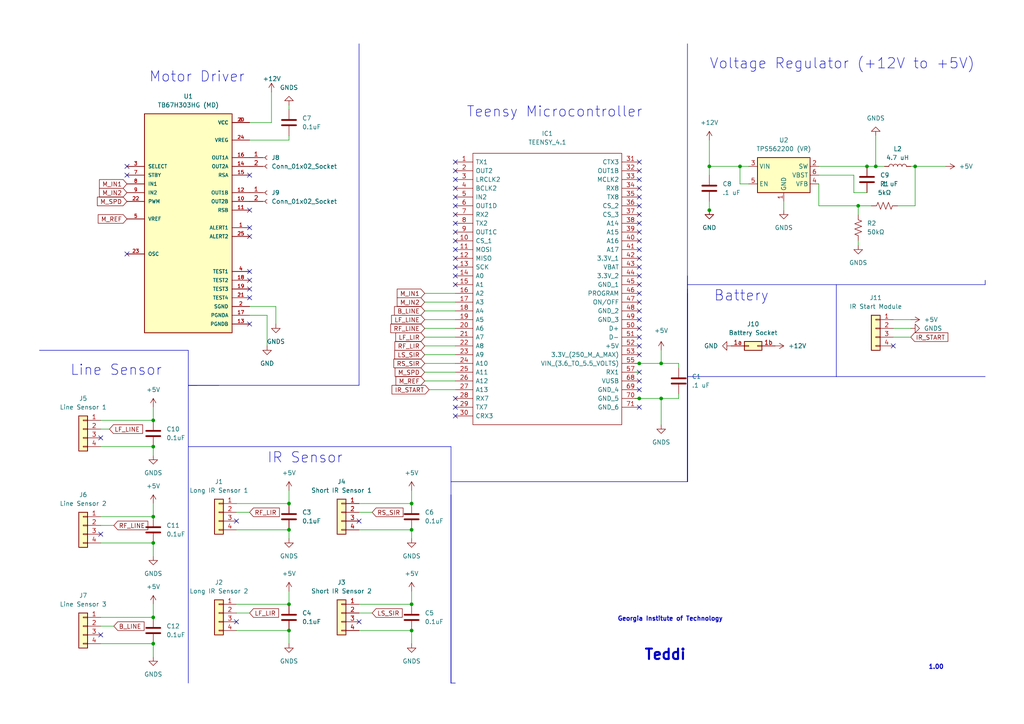
<source format=kicad_sch>
(kicad_sch (version 20230121) (generator eeschema)

  (uuid 1dde881f-d0dd-43ce-b139-2fb9fba8f696)

  (paper "A4")

  (lib_symbols
    (symbol "Connector:Conn_01x02_Socket" (pin_names (offset 1.016) hide) (in_bom yes) (on_board yes)
      (property "Reference" "J" (at 0 2.54 0)
        (effects (font (size 1.27 1.27)))
      )
      (property "Value" "Conn_01x02_Socket" (at 0 -5.08 0)
        (effects (font (size 1.27 1.27)))
      )
      (property "Footprint" "" (at 0 0 0)
        (effects (font (size 1.27 1.27)) hide)
      )
      (property "Datasheet" "~" (at 0 0 0)
        (effects (font (size 1.27 1.27)) hide)
      )
      (property "ki_locked" "" (at 0 0 0)
        (effects (font (size 1.27 1.27)))
      )
      (property "ki_keywords" "connector" (at 0 0 0)
        (effects (font (size 1.27 1.27)) hide)
      )
      (property "ki_description" "Generic connector, single row, 01x02, script generated" (at 0 0 0)
        (effects (font (size 1.27 1.27)) hide)
      )
      (property "ki_fp_filters" "Connector*:*_1x??_*" (at 0 0 0)
        (effects (font (size 1.27 1.27)) hide)
      )
      (symbol "Conn_01x02_Socket_1_1"
        (arc (start 0 -2.032) (mid -0.5058 -2.54) (end 0 -3.048)
          (stroke (width 0.1524) (type default))
          (fill (type none))
        )
        (polyline
          (pts
            (xy -1.27 -2.54)
            (xy -0.508 -2.54)
          )
          (stroke (width 0.1524) (type default))
          (fill (type none))
        )
        (polyline
          (pts
            (xy -1.27 0)
            (xy -0.508 0)
          )
          (stroke (width 0.1524) (type default))
          (fill (type none))
        )
        (arc (start 0 0.508) (mid -0.5058 0) (end 0 -0.508)
          (stroke (width 0.1524) (type default))
          (fill (type none))
        )
        (pin passive line (at -5.08 0 0) (length 3.81)
          (name "Pin_1" (effects (font (size 1.27 1.27))))
          (number "1" (effects (font (size 1.27 1.27))))
        )
        (pin passive line (at -5.08 -2.54 0) (length 3.81)
          (name "Pin_2" (effects (font (size 1.27 1.27))))
          (number "2" (effects (font (size 1.27 1.27))))
        )
      )
    )
    (symbol "Connector_Generic:Conn_01x04" (pin_names (offset 1.016) hide) (in_bom yes) (on_board yes)
      (property "Reference" "J" (at 0 5.08 0)
        (effects (font (size 1.27 1.27)))
      )
      (property "Value" "Conn_01x04" (at 0 -7.62 0)
        (effects (font (size 1.27 1.27)))
      )
      (property "Footprint" "" (at 0 0 0)
        (effects (font (size 1.27 1.27)) hide)
      )
      (property "Datasheet" "~" (at 0 0 0)
        (effects (font (size 1.27 1.27)) hide)
      )
      (property "ki_keywords" "connector" (at 0 0 0)
        (effects (font (size 1.27 1.27)) hide)
      )
      (property "ki_description" "Generic connector, single row, 01x04, script generated (kicad-library-utils/schlib/autogen/connector/)" (at 0 0 0)
        (effects (font (size 1.27 1.27)) hide)
      )
      (property "ki_fp_filters" "Connector*:*_1x??_*" (at 0 0 0)
        (effects (font (size 1.27 1.27)) hide)
      )
      (symbol "Conn_01x04_1_1"
        (rectangle (start -1.27 -4.953) (end 0 -5.207)
          (stroke (width 0.1524) (type default))
          (fill (type none))
        )
        (rectangle (start -1.27 -2.413) (end 0 -2.667)
          (stroke (width 0.1524) (type default))
          (fill (type none))
        )
        (rectangle (start -1.27 0.127) (end 0 -0.127)
          (stroke (width 0.1524) (type default))
          (fill (type none))
        )
        (rectangle (start -1.27 2.667) (end 0 2.413)
          (stroke (width 0.1524) (type default))
          (fill (type none))
        )
        (rectangle (start -1.27 3.81) (end 1.27 -6.35)
          (stroke (width 0.254) (type default))
          (fill (type background))
        )
        (pin passive line (at -5.08 2.54 0) (length 3.81)
          (name "Pin_1" (effects (font (size 1.27 1.27))))
          (number "1" (effects (font (size 1.27 1.27))))
        )
        (pin passive line (at -5.08 0 0) (length 3.81)
          (name "Pin_2" (effects (font (size 1.27 1.27))))
          (number "2" (effects (font (size 1.27 1.27))))
        )
        (pin passive line (at -5.08 -2.54 0) (length 3.81)
          (name "Pin_3" (effects (font (size 1.27 1.27))))
          (number "3" (effects (font (size 1.27 1.27))))
        )
        (pin passive line (at -5.08 -5.08 0) (length 3.81)
          (name "Pin_4" (effects (font (size 1.27 1.27))))
          (number "4" (effects (font (size 1.27 1.27))))
        )
      )
    )
    (symbol "Connector_Generic:Conn_02x01_Row_Letter_Last" (pin_names (offset 1.016) hide) (in_bom yes) (on_board yes)
      (property "Reference" "J" (at 1.27 2.54 0)
        (effects (font (size 1.27 1.27)))
      )
      (property "Value" "Conn_02x01_Row_Letter_Last" (at 1.27 -2.54 0)
        (effects (font (size 1.27 1.27)))
      )
      (property "Footprint" "" (at 0 0 0)
        (effects (font (size 1.27 1.27)) hide)
      )
      (property "Datasheet" "~" (at 0 0 0)
        (effects (font (size 1.27 1.27)) hide)
      )
      (property "ki_keywords" "connector" (at 0 0 0)
        (effects (font (size 1.27 1.27)) hide)
      )
      (property "ki_description" "Generic connector, double row, 02x01, row letter last pin numbering scheme (pin number consists of a letter for the row and a number for the pin index in this row. 1a, ..., Na; 1b, ..., Nb)), script generated (kicad-library-utils/schlib/autogen/connector/)" (at 0 0 0)
        (effects (font (size 1.27 1.27)) hide)
      )
      (property "ki_fp_filters" "Connector*:*_2x??_*" (at 0 0 0)
        (effects (font (size 1.27 1.27)) hide)
      )
      (symbol "Conn_02x01_Row_Letter_Last_1_1"
        (rectangle (start -1.27 0.127) (end 0 -0.127)
          (stroke (width 0.1524) (type default))
          (fill (type none))
        )
        (rectangle (start -1.27 1.27) (end 3.81 -1.27)
          (stroke (width 0.254) (type default))
          (fill (type background))
        )
        (rectangle (start 3.81 0.127) (end 2.54 -0.127)
          (stroke (width 0.1524) (type default))
          (fill (type none))
        )
        (pin passive line (at -5.08 0 0) (length 3.81)
          (name "Pin_1a" (effects (font (size 1.27 1.27))))
          (number "1a" (effects (font (size 1.27 1.27))))
        )
        (pin passive line (at 7.62 0 180) (length 3.81)
          (name "Pin_1b" (effects (font (size 1.27 1.27))))
          (number "1b" (effects (font (size 1.27 1.27))))
        )
      )
    )
    (symbol "Device:C" (pin_numbers hide) (pin_names (offset 0.254)) (in_bom yes) (on_board yes)
      (property "Reference" "C" (at 0.635 2.54 0)
        (effects (font (size 1.27 1.27)) (justify left))
      )
      (property "Value" "C" (at 0.635 -2.54 0)
        (effects (font (size 1.27 1.27)) (justify left))
      )
      (property "Footprint" "" (at 0.9652 -3.81 0)
        (effects (font (size 1.27 1.27)) hide)
      )
      (property "Datasheet" "~" (at 0 0 0)
        (effects (font (size 1.27 1.27)) hide)
      )
      (property "ki_keywords" "cap capacitor" (at 0 0 0)
        (effects (font (size 1.27 1.27)) hide)
      )
      (property "ki_description" "Unpolarized capacitor" (at 0 0 0)
        (effects (font (size 1.27 1.27)) hide)
      )
      (property "ki_fp_filters" "C_*" (at 0 0 0)
        (effects (font (size 1.27 1.27)) hide)
      )
      (symbol "C_0_1"
        (polyline
          (pts
            (xy -2.032 -0.762)
            (xy 2.032 -0.762)
          )
          (stroke (width 0.508) (type default))
          (fill (type none))
        )
        (polyline
          (pts
            (xy -2.032 0.762)
            (xy 2.032 0.762)
          )
          (stroke (width 0.508) (type default))
          (fill (type none))
        )
      )
      (symbol "C_1_1"
        (pin passive line (at 0 3.81 270) (length 2.794)
          (name "~" (effects (font (size 1.27 1.27))))
          (number "1" (effects (font (size 1.27 1.27))))
        )
        (pin passive line (at 0 -3.81 90) (length 2.794)
          (name "~" (effects (font (size 1.27 1.27))))
          (number "2" (effects (font (size 1.27 1.27))))
        )
      )
    )
    (symbol "Device:L" (pin_numbers hide) (pin_names (offset 1.016) hide) (in_bom yes) (on_board yes)
      (property "Reference" "L" (at -1.27 0 90)
        (effects (font (size 1.27 1.27)))
      )
      (property "Value" "L" (at 1.905 0 90)
        (effects (font (size 1.27 1.27)))
      )
      (property "Footprint" "" (at 0 0 0)
        (effects (font (size 1.27 1.27)) hide)
      )
      (property "Datasheet" "~" (at 0 0 0)
        (effects (font (size 1.27 1.27)) hide)
      )
      (property "ki_keywords" "inductor choke coil reactor magnetic" (at 0 0 0)
        (effects (font (size 1.27 1.27)) hide)
      )
      (property "ki_description" "Inductor" (at 0 0 0)
        (effects (font (size 1.27 1.27)) hide)
      )
      (property "ki_fp_filters" "Choke_* *Coil* Inductor_* L_*" (at 0 0 0)
        (effects (font (size 1.27 1.27)) hide)
      )
      (symbol "L_0_1"
        (arc (start 0 -2.54) (mid 0.6323 -1.905) (end 0 -1.27)
          (stroke (width 0) (type default))
          (fill (type none))
        )
        (arc (start 0 -1.27) (mid 0.6323 -0.635) (end 0 0)
          (stroke (width 0) (type default))
          (fill (type none))
        )
        (arc (start 0 0) (mid 0.6323 0.635) (end 0 1.27)
          (stroke (width 0) (type default))
          (fill (type none))
        )
        (arc (start 0 1.27) (mid 0.6323 1.905) (end 0 2.54)
          (stroke (width 0) (type default))
          (fill (type none))
        )
      )
      (symbol "L_1_1"
        (pin passive line (at 0 3.81 270) (length 1.27)
          (name "1" (effects (font (size 1.27 1.27))))
          (number "1" (effects (font (size 1.27 1.27))))
        )
        (pin passive line (at 0 -3.81 90) (length 1.27)
          (name "2" (effects (font (size 1.27 1.27))))
          (number "2" (effects (font (size 1.27 1.27))))
        )
      )
    )
    (symbol "Device:R_US" (pin_numbers hide) (pin_names (offset 0)) (in_bom yes) (on_board yes)
      (property "Reference" "R" (at 2.54 0 90)
        (effects (font (size 1.27 1.27)))
      )
      (property "Value" "R_US" (at -2.54 0 90)
        (effects (font (size 1.27 1.27)))
      )
      (property "Footprint" "" (at 1.016 -0.254 90)
        (effects (font (size 1.27 1.27)) hide)
      )
      (property "Datasheet" "~" (at 0 0 0)
        (effects (font (size 1.27 1.27)) hide)
      )
      (property "ki_keywords" "R res resistor" (at 0 0 0)
        (effects (font (size 1.27 1.27)) hide)
      )
      (property "ki_description" "Resistor, US symbol" (at 0 0 0)
        (effects (font (size 1.27 1.27)) hide)
      )
      (property "ki_fp_filters" "R_*" (at 0 0 0)
        (effects (font (size 1.27 1.27)) hide)
      )
      (symbol "R_US_0_1"
        (polyline
          (pts
            (xy 0 -2.286)
            (xy 0 -2.54)
          )
          (stroke (width 0) (type default))
          (fill (type none))
        )
        (polyline
          (pts
            (xy 0 2.286)
            (xy 0 2.54)
          )
          (stroke (width 0) (type default))
          (fill (type none))
        )
        (polyline
          (pts
            (xy 0 -0.762)
            (xy 1.016 -1.143)
            (xy 0 -1.524)
            (xy -1.016 -1.905)
            (xy 0 -2.286)
          )
          (stroke (width 0) (type default))
          (fill (type none))
        )
        (polyline
          (pts
            (xy 0 0.762)
            (xy 1.016 0.381)
            (xy 0 0)
            (xy -1.016 -0.381)
            (xy 0 -0.762)
          )
          (stroke (width 0) (type default))
          (fill (type none))
        )
        (polyline
          (pts
            (xy 0 2.286)
            (xy 1.016 1.905)
            (xy 0 1.524)
            (xy -1.016 1.143)
            (xy 0 0.762)
          )
          (stroke (width 0) (type default))
          (fill (type none))
        )
      )
      (symbol "R_US_1_1"
        (pin passive line (at 0 3.81 270) (length 1.27)
          (name "~" (effects (font (size 1.27 1.27))))
          (number "1" (effects (font (size 1.27 1.27))))
        )
        (pin passive line (at 0 -3.81 90) (length 1.27)
          (name "~" (effects (font (size 1.27 1.27))))
          (number "2" (effects (font (size 1.27 1.27))))
        )
      )
    )
    (symbol "Regulator_Switching:TPS562200" (in_bom yes) (on_board yes)
      (property "Reference" "U" (at -7.62 6.35 0)
        (effects (font (size 1.27 1.27)) (justify left))
      )
      (property "Value" "TPS562200" (at -2.54 6.35 0)
        (effects (font (size 1.27 1.27)) (justify left))
      )
      (property "Footprint" "Package_TO_SOT_SMD:SOT-23-6" (at 1.27 -6.35 0)
        (effects (font (size 1.27 1.27)) (justify left) hide)
      )
      (property "Datasheet" "http://www.ti.com/lit/ds/symlink/tps563200.pdf" (at 0 0 0)
        (effects (font (size 1.27 1.27)) hide)
      )
      (property "ki_keywords" "step-down dcdc voltage regulator" (at 0 0 0)
        (effects (font (size 1.27 1.27)) hide)
      )
      (property "ki_description" "2A Synchronous Step-Down Voltage Regulator, Adjustable Output Voltage, 4.5-17V Input Voltage, SOT-23-6" (at 0 0 0)
        (effects (font (size 1.27 1.27)) hide)
      )
      (property "ki_fp_filters" "SOT?23*" (at 0 0 0)
        (effects (font (size 1.27 1.27)) hide)
      )
      (symbol "TPS562200_0_1"
        (rectangle (start -7.62 5.08) (end 7.62 -5.08)
          (stroke (width 0.254) (type default))
          (fill (type background))
        )
      )
      (symbol "TPS562200_1_1"
        (pin power_in line (at 0 -7.62 90) (length 2.54)
          (name "GND" (effects (font (size 1.27 1.27))))
          (number "1" (effects (font (size 1.27 1.27))))
        )
        (pin output line (at 10.16 2.54 180) (length 2.54)
          (name "SW" (effects (font (size 1.27 1.27))))
          (number "2" (effects (font (size 1.27 1.27))))
        )
        (pin power_in line (at -10.16 2.54 0) (length 2.54)
          (name "VIN" (effects (font (size 1.27 1.27))))
          (number "3" (effects (font (size 1.27 1.27))))
        )
        (pin input line (at 10.16 -2.54 180) (length 2.54)
          (name "VFB" (effects (font (size 1.27 1.27))))
          (number "4" (effects (font (size 1.27 1.27))))
        )
        (pin input line (at -10.16 -2.54 0) (length 2.54)
          (name "EN" (effects (font (size 1.27 1.27))))
          (number "5" (effects (font (size 1.27 1.27))))
        )
        (pin passive line (at 10.16 0 180) (length 2.54)
          (name "VBST" (effects (font (size 1.27 1.27))))
          (number "6" (effects (font (size 1.27 1.27))))
        )
      )
    )
    (symbol "TB67H303HG:TB67H303HG" (pin_names (offset 1.016)) (in_bom yes) (on_board yes)
      (property "Reference" "U" (at -12.7 33.655 0)
        (effects (font (size 1.27 1.27)) (justify left bottom))
      )
      (property "Value" "TB67H303HG" (at -12.7 -33.02 0)
        (effects (font (size 1.27 1.27)) (justify left bottom))
      )
      (property "Footprint" "TB67H303HG:TO100P2930X465X1937-25" (at 0 0 0)
        (effects (font (size 1.27 1.27)) (justify bottom) hide)
      )
      (property "Datasheet" "" (at 0 0 0)
        (effects (font (size 1.27 1.27)) hide)
      )
      (property "MF" "Toshiba" (at 0 0 0)
        (effects (font (size 1.27 1.27)) (justify bottom) hide)
      )
      (property "Description" "\n- Motor Driver Power MOSFET Parallel, PWM 25-HZIP\n" (at 0 0 0)
        (effects (font (size 1.27 1.27)) (justify bottom) hide)
      )
      (property "Package" "SIP-25 Toshiba" (at 0 0 0)
        (effects (font (size 1.27 1.27)) (justify bottom) hide)
      )
      (property "Price" "None" (at 0 0 0)
        (effects (font (size 1.27 1.27)) (justify bottom) hide)
      )
      (property "Check_prices" "https://www.snapeda.com/parts/TB67H303HG/Toshiba+Semiconductor+and+Storage/view-part/?ref=eda" (at 0 0 0)
        (effects (font (size 1.27 1.27)) (justify bottom) hide)
      )
      (property "STANDARD" "IPC-7251" (at 0 0 0)
        (effects (font (size 1.27 1.27)) (justify bottom) hide)
      )
      (property "PARTREV" "N/A" (at 0 0 0)
        (effects (font (size 1.27 1.27)) (justify bottom) hide)
      )
      (property "SnapEDA_Link" "https://www.snapeda.com/parts/TB67H303HG/Toshiba+Semiconductor+and+Storage/view-part/?ref=snap" (at 0 0 0)
        (effects (font (size 1.27 1.27)) (justify bottom) hide)
      )
      (property "MP" "TB67H303HG" (at 0 0 0)
        (effects (font (size 1.27 1.27)) (justify bottom) hide)
      )
      (property "Purchase-URL" "https://www.snapeda.com/api/url_track_click_mouser/?unipart_id=1233698&manufacturer=Toshiba&part_name=TB67H303HG&search_term=None" (at 0 0 0)
        (effects (font (size 1.27 1.27)) (justify bottom) hide)
      )
      (property "Availability" "In Stock" (at 0 0 0)
        (effects (font (size 1.27 1.27)) (justify bottom) hide)
      )
      (property "MANUFACTURER" "Toshiba" (at 0 0 0)
        (effects (font (size 1.27 1.27)) (justify bottom) hide)
      )
      (symbol "TB67H303HG_0_0"
        (rectangle (start -12.7 -30.48) (end 12.7 33.02)
          (stroke (width 0.254) (type default))
          (fill (type background))
        )
        (pin output line (at 17.78 0 180) (length 5.08)
          (name "ALERT1" (effects (font (size 1.016 1.016))))
          (number "1" (effects (font (size 1.016 1.016))))
        )
        (pin output line (at 17.78 7.62 180) (length 5.08)
          (name "OUT2B" (effects (font (size 1.016 1.016))))
          (number "10" (effects (font (size 1.016 1.016))))
        )
        (pin output line (at 17.78 5.08 180) (length 5.08)
          (name "RSB" (effects (font (size 1.016 1.016))))
          (number "11" (effects (font (size 1.016 1.016))))
        )
        (pin output line (at 17.78 10.16 180) (length 5.08)
          (name "OUT1B" (effects (font (size 1.016 1.016))))
          (number "12" (effects (font (size 1.016 1.016))))
        )
        (pin power_in line (at 17.78 -27.94 180) (length 5.08)
          (name "PGNDB" (effects (font (size 1.016 1.016))))
          (number "13" (effects (font (size 1.016 1.016))))
        )
        (pin output line (at 17.78 17.78 180) (length 5.08)
          (name "OUT2A" (effects (font (size 1.016 1.016))))
          (number "14" (effects (font (size 1.016 1.016))))
        )
        (pin output line (at 17.78 15.24 180) (length 5.08)
          (name "RSA" (effects (font (size 1.016 1.016))))
          (number "15" (effects (font (size 1.016 1.016))))
        )
        (pin output line (at 17.78 20.32 180) (length 5.08)
          (name "OUT1A" (effects (font (size 1.016 1.016))))
          (number "16" (effects (font (size 1.016 1.016))))
        )
        (pin power_in line (at 17.78 -25.4 180) (length 5.08)
          (name "PGNDA" (effects (font (size 1.016 1.016))))
          (number "17" (effects (font (size 1.016 1.016))))
        )
        (pin power_in line (at 17.78 -15.24 180) (length 5.08)
          (name "TEST2" (effects (font (size 1.016 1.016))))
          (number "18" (effects (font (size 1.016 1.016))))
        )
        (pin power_in line (at 17.78 -17.78 180) (length 5.08)
          (name "TEST3" (effects (font (size 1.016 1.016))))
          (number "19" (effects (font (size 1.016 1.016))))
        )
        (pin power_in line (at 17.78 -22.86 180) (length 5.08)
          (name "SGND" (effects (font (size 1.016 1.016))))
          (number "2" (effects (font (size 1.016 1.016))))
        )
        (pin power_in line (at 17.78 30.48 180) (length 5.08)
          (name "VCC" (effects (font (size 1.016 1.016))))
          (number "20" (effects (font (size 1.016 1.016))))
        )
        (pin power_in line (at 17.78 -20.32 180) (length 5.08)
          (name "TEST4" (effects (font (size 1.016 1.016))))
          (number "21" (effects (font (size 1.016 1.016))))
        )
        (pin input line (at -17.78 7.62 0) (length 5.08)
          (name "PWM" (effects (font (size 1.016 1.016))))
          (number "22" (effects (font (size 1.016 1.016))))
        )
        (pin passive line (at -17.78 -7.62 0) (length 5.08)
          (name "OSC" (effects (font (size 1.016 1.016))))
          (number "23" (effects (font (size 1.016 1.016))))
        )
        (pin output line (at 17.78 25.4 180) (length 5.08)
          (name "VREG" (effects (font (size 1.016 1.016))))
          (number "24" (effects (font (size 1.016 1.016))))
        )
        (pin output line (at 17.78 -2.54 180) (length 5.08)
          (name "ALERT2" (effects (font (size 1.016 1.016))))
          (number "25" (effects (font (size 1.016 1.016))))
        )
        (pin input line (at -17.78 17.78 0) (length 5.08)
          (name "SELECT" (effects (font (size 1.016 1.016))))
          (number "3" (effects (font (size 1.016 1.016))))
        )
        (pin power_in line (at 17.78 -12.7 180) (length 5.08)
          (name "TEST1" (effects (font (size 1.016 1.016))))
          (number "4" (effects (font (size 1.016 1.016))))
        )
        (pin input line (at -17.78 2.54 0) (length 5.08)
          (name "VREF" (effects (font (size 1.016 1.016))))
          (number "5" (effects (font (size 1.016 1.016))))
        )
        (pin power_in line (at 17.78 30.48 180) (length 5.08)
          (name "VCC" (effects (font (size 1.016 1.016))))
          (number "6" (effects (font (size 1.016 1.016))))
        )
        (pin input line (at -17.78 15.24 0) (length 5.08)
          (name "STBY" (effects (font (size 1.016 1.016))))
          (number "7" (effects (font (size 1.016 1.016))))
        )
        (pin input line (at -17.78 12.7 0) (length 5.08)
          (name "IN1" (effects (font (size 1.016 1.016))))
          (number "8" (effects (font (size 1.016 1.016))))
        )
        (pin input line (at -17.78 10.16 0) (length 5.08)
          (name "IN2" (effects (font (size 1.016 1.016))))
          (number "9" (effects (font (size 1.016 1.016))))
        )
      )
    )
    (symbol "TEENSY_4.1:TEENSY_4.1" (pin_names (offset 0.762)) (in_bom yes) (on_board yes)
      (property "Reference" "IC" (at 49.53 7.62 0)
        (effects (font (size 1.27 1.27)) (justify left))
      )
      (property "Value" "TEENSY_4.1" (at 49.53 5.08 0)
        (effects (font (size 1.27 1.27)) (justify left))
      )
      (property "Footprint" "TEENSY41" (at 49.53 2.54 0)
        (effects (font (size 1.27 1.27)) (justify left) hide)
      )
      (property "Datasheet" "https://www.pjrc.com/store/teensy41.html" (at 49.53 0 0)
        (effects (font (size 1.27 1.27)) (justify left) hide)
      )
      (property "Description" "Teensy 4.1 Development Board" (at 49.53 -2.54 0)
        (effects (font (size 1.27 1.27)) (justify left) hide)
      )
      (property "Height" "" (at 49.53 -5.08 0)
        (effects (font (size 1.27 1.27)) (justify left) hide)
      )
      (property "Manufacturer_Name" "PJRC" (at 49.53 -7.62 0)
        (effects (font (size 1.27 1.27)) (justify left) hide)
      )
      (property "Manufacturer_Part_Number" "TEENSY 4.1" (at 49.53 -10.16 0)
        (effects (font (size 1.27 1.27)) (justify left) hide)
      )
      (property "Mouser Part Number" "" (at 49.53 -12.7 0)
        (effects (font (size 1.27 1.27)) (justify left) hide)
      )
      (property "Mouser Price/Stock" "" (at 49.53 -15.24 0)
        (effects (font (size 1.27 1.27)) (justify left) hide)
      )
      (property "Arrow Part Number" "" (at 49.53 -17.78 0)
        (effects (font (size 1.27 1.27)) (justify left) hide)
      )
      (property "Arrow Price/Stock" "" (at 49.53 -20.32 0)
        (effects (font (size 1.27 1.27)) (justify left) hide)
      )
      (property "ki_description" "Teensy 4.1 Development Board" (at 0 0 0)
        (effects (font (size 1.27 1.27)) hide)
      )
      (symbol "TEENSY_4.1_0_0"
        (pin passive line (at 0 0 0) (length 5.08)
          (name "TX1" (effects (font (size 1.27 1.27))))
          (number "1" (effects (font (size 1.27 1.27))))
        )
        (pin passive line (at 0 -22.86 0) (length 5.08)
          (name "CS_1" (effects (font (size 1.27 1.27))))
          (number "10" (effects (font (size 1.27 1.27))))
        )
        (pin passive line (at 0 -25.4 0) (length 5.08)
          (name "MOSI" (effects (font (size 1.27 1.27))))
          (number "11" (effects (font (size 1.27 1.27))))
        )
        (pin passive line (at 0 -27.94 0) (length 5.08)
          (name "MISO" (effects (font (size 1.27 1.27))))
          (number "12" (effects (font (size 1.27 1.27))))
        )
        (pin passive line (at 0 -30.48 0) (length 5.08)
          (name "SCK" (effects (font (size 1.27 1.27))))
          (number "13" (effects (font (size 1.27 1.27))))
        )
        (pin passive line (at 0 -33.02 0) (length 5.08)
          (name "A0" (effects (font (size 1.27 1.27))))
          (number "14" (effects (font (size 1.27 1.27))))
        )
        (pin passive line (at 0 -35.56 0) (length 5.08)
          (name "A1" (effects (font (size 1.27 1.27))))
          (number "15" (effects (font (size 1.27 1.27))))
        )
        (pin passive line (at 0 -38.1 0) (length 5.08)
          (name "A2" (effects (font (size 1.27 1.27))))
          (number "16" (effects (font (size 1.27 1.27))))
        )
        (pin passive line (at 0 -40.64 0) (length 5.08)
          (name "A3" (effects (font (size 1.27 1.27))))
          (number "17" (effects (font (size 1.27 1.27))))
        )
        (pin passive line (at 0 -43.18 0) (length 5.08)
          (name "A4" (effects (font (size 1.27 1.27))))
          (number "18" (effects (font (size 1.27 1.27))))
        )
        (pin passive line (at 0 -45.72 0) (length 5.08)
          (name "A5" (effects (font (size 1.27 1.27))))
          (number "19" (effects (font (size 1.27 1.27))))
        )
        (pin passive line (at 0 -2.54 0) (length 5.08)
          (name "OUT2" (effects (font (size 1.27 1.27))))
          (number "2" (effects (font (size 1.27 1.27))))
        )
        (pin passive line (at 0 -48.26 0) (length 5.08)
          (name "A6" (effects (font (size 1.27 1.27))))
          (number "20" (effects (font (size 1.27 1.27))))
        )
        (pin passive line (at 0 -50.8 0) (length 5.08)
          (name "A7" (effects (font (size 1.27 1.27))))
          (number "21" (effects (font (size 1.27 1.27))))
        )
        (pin passive line (at 0 -53.34 0) (length 5.08)
          (name "A8" (effects (font (size 1.27 1.27))))
          (number "22" (effects (font (size 1.27 1.27))))
        )
        (pin passive line (at 0 -55.88 0) (length 5.08)
          (name "A9" (effects (font (size 1.27 1.27))))
          (number "23" (effects (font (size 1.27 1.27))))
        )
        (pin passive line (at 0 -58.42 0) (length 5.08)
          (name "A10" (effects (font (size 1.27 1.27))))
          (number "24" (effects (font (size 1.27 1.27))))
        )
        (pin passive line (at 0 -60.96 0) (length 5.08)
          (name "A11" (effects (font (size 1.27 1.27))))
          (number "25" (effects (font (size 1.27 1.27))))
        )
        (pin passive line (at 0 -63.5 0) (length 5.08)
          (name "A12" (effects (font (size 1.27 1.27))))
          (number "26" (effects (font (size 1.27 1.27))))
        )
        (pin passive line (at 0 -66.04 0) (length 5.08)
          (name "A13" (effects (font (size 1.27 1.27))))
          (number "27" (effects (font (size 1.27 1.27))))
        )
        (pin passive line (at 0 -68.58 0) (length 5.08)
          (name "RX7" (effects (font (size 1.27 1.27))))
          (number "28" (effects (font (size 1.27 1.27))))
        )
        (pin passive line (at 0 -71.12 0) (length 5.08)
          (name "TX7" (effects (font (size 1.27 1.27))))
          (number "29" (effects (font (size 1.27 1.27))))
        )
        (pin passive line (at 0 -5.08 0) (length 5.08)
          (name "LRCLK2" (effects (font (size 1.27 1.27))))
          (number "3" (effects (font (size 1.27 1.27))))
        )
        (pin passive line (at 0 -73.66 0) (length 5.08)
          (name "CRX3" (effects (font (size 1.27 1.27))))
          (number "30" (effects (font (size 1.27 1.27))))
        )
        (pin passive line (at 53.34 0 180) (length 5.08)
          (name "CTX3" (effects (font (size 1.27 1.27))))
          (number "31" (effects (font (size 1.27 1.27))))
        )
        (pin passive line (at 53.34 -2.54 180) (length 5.08)
          (name "OUT1B" (effects (font (size 1.27 1.27))))
          (number "32" (effects (font (size 1.27 1.27))))
        )
        (pin passive line (at 53.34 -5.08 180) (length 5.08)
          (name "MCLK2" (effects (font (size 1.27 1.27))))
          (number "33" (effects (font (size 1.27 1.27))))
        )
        (pin passive line (at 53.34 -7.62 180) (length 5.08)
          (name "RX8" (effects (font (size 1.27 1.27))))
          (number "34" (effects (font (size 1.27 1.27))))
        )
        (pin passive line (at 53.34 -10.16 180) (length 5.08)
          (name "TX8" (effects (font (size 1.27 1.27))))
          (number "35" (effects (font (size 1.27 1.27))))
        )
        (pin passive line (at 53.34 -12.7 180) (length 5.08)
          (name "CS_2" (effects (font (size 1.27 1.27))))
          (number "36" (effects (font (size 1.27 1.27))))
        )
        (pin passive line (at 53.34 -15.24 180) (length 5.08)
          (name "CS_3" (effects (font (size 1.27 1.27))))
          (number "37" (effects (font (size 1.27 1.27))))
        )
        (pin passive line (at 53.34 -17.78 180) (length 5.08)
          (name "A14" (effects (font (size 1.27 1.27))))
          (number "38" (effects (font (size 1.27 1.27))))
        )
        (pin passive line (at 53.34 -20.32 180) (length 5.08)
          (name "A15" (effects (font (size 1.27 1.27))))
          (number "39" (effects (font (size 1.27 1.27))))
        )
        (pin passive line (at 0 -7.62 0) (length 5.08)
          (name "BCLK2" (effects (font (size 1.27 1.27))))
          (number "4" (effects (font (size 1.27 1.27))))
        )
        (pin passive line (at 53.34 -22.86 180) (length 5.08)
          (name "A16" (effects (font (size 1.27 1.27))))
          (number "40" (effects (font (size 1.27 1.27))))
        )
        (pin passive line (at 53.34 -25.4 180) (length 5.08)
          (name "A17" (effects (font (size 1.27 1.27))))
          (number "41" (effects (font (size 1.27 1.27))))
        )
        (pin passive line (at 53.34 -27.94 180) (length 5.08)
          (name "3.3V_1" (effects (font (size 1.27 1.27))))
          (number "42" (effects (font (size 1.27 1.27))))
        )
        (pin passive line (at 53.34 -30.48 180) (length 5.08)
          (name "VBAT" (effects (font (size 1.27 1.27))))
          (number "43" (effects (font (size 1.27 1.27))))
        )
        (pin passive line (at 53.34 -33.02 180) (length 5.08)
          (name "3.3V_2" (effects (font (size 1.27 1.27))))
          (number "44" (effects (font (size 1.27 1.27))))
        )
        (pin passive line (at 53.34 -35.56 180) (length 5.08)
          (name "GND_1" (effects (font (size 1.27 1.27))))
          (number "45" (effects (font (size 1.27 1.27))))
        )
        (pin passive line (at 53.34 -38.1 180) (length 5.08)
          (name "PROGRAM" (effects (font (size 1.27 1.27))))
          (number "46" (effects (font (size 1.27 1.27))))
        )
        (pin passive line (at 53.34 -40.64 180) (length 5.08)
          (name "ON/OFF" (effects (font (size 1.27 1.27))))
          (number "47" (effects (font (size 1.27 1.27))))
        )
        (pin passive line (at 53.34 -43.18 180) (length 5.08)
          (name "GND_2" (effects (font (size 1.27 1.27))))
          (number "48" (effects (font (size 1.27 1.27))))
        )
        (pin passive line (at 53.34 -45.72 180) (length 5.08)
          (name "GND_3" (effects (font (size 1.27 1.27))))
          (number "49" (effects (font (size 1.27 1.27))))
        )
        (pin passive line (at 0 -10.16 0) (length 5.08)
          (name "IN2" (effects (font (size 1.27 1.27))))
          (number "5" (effects (font (size 1.27 1.27))))
        )
        (pin passive line (at 53.34 -48.26 180) (length 5.08)
          (name "D+" (effects (font (size 1.27 1.27))))
          (number "50" (effects (font (size 1.27 1.27))))
        )
        (pin passive line (at 53.34 -50.8 180) (length 5.08)
          (name "D-" (effects (font (size 1.27 1.27))))
          (number "51" (effects (font (size 1.27 1.27))))
        )
        (pin passive line (at 53.34 -53.34 180) (length 5.08)
          (name "+5V" (effects (font (size 1.27 1.27))))
          (number "52" (effects (font (size 1.27 1.27))))
        )
        (pin passive line (at 53.34 -55.88 180) (length 5.08)
          (name "3.3V_(250_M_A_MAX)" (effects (font (size 1.27 1.27))))
          (number "53" (effects (font (size 1.27 1.27))))
        )
        (pin passive line (at 53.34 -58.42 180) (length 5.08)
          (name "VIN_(3.6_TO_5.5_VOLTS)" (effects (font (size 1.27 1.27))))
          (number "55" (effects (font (size 1.27 1.27))))
        )
        (pin passive line (at 53.34 -60.96 180) (length 5.08)
          (name "RX1" (effects (font (size 1.27 1.27))))
          (number "57" (effects (font (size 1.27 1.27))))
        )
        (pin passive line (at 0 -12.7 0) (length 5.08)
          (name "OUT1D" (effects (font (size 1.27 1.27))))
          (number "6" (effects (font (size 1.27 1.27))))
        )
        (pin passive line (at 53.34 -63.5 180) (length 5.08)
          (name "VUSB" (effects (font (size 1.27 1.27))))
          (number "68" (effects (font (size 1.27 1.27))))
        )
        (pin passive line (at 53.34 -66.04 180) (length 5.08)
          (name "GND_4" (effects (font (size 1.27 1.27))))
          (number "69" (effects (font (size 1.27 1.27))))
        )
        (pin passive line (at 0 -15.24 0) (length 5.08)
          (name "RX2" (effects (font (size 1.27 1.27))))
          (number "7" (effects (font (size 1.27 1.27))))
        )
        (pin passive line (at 53.34 -68.58 180) (length 5.08)
          (name "GND_5" (effects (font (size 1.27 1.27))))
          (number "70" (effects (font (size 1.27 1.27))))
        )
        (pin passive line (at 53.34 -71.12 180) (length 5.08)
          (name "GND_6" (effects (font (size 1.27 1.27))))
          (number "71" (effects (font (size 1.27 1.27))))
        )
        (pin passive line (at 0 -17.78 0) (length 5.08)
          (name "TX2" (effects (font (size 1.27 1.27))))
          (number "8" (effects (font (size 1.27 1.27))))
        )
        (pin passive line (at 0 -20.32 0) (length 5.08)
          (name "OUT1C" (effects (font (size 1.27 1.27))))
          (number "9" (effects (font (size 1.27 1.27))))
        )
      )
      (symbol "TEENSY_4.1_0_1"
        (polyline
          (pts
            (xy 5.08 2.54)
            (xy 48.26 2.54)
            (xy 48.26 -76.2)
            (xy 5.08 -76.2)
            (xy 5.08 2.54)
          )
          (stroke (width 0.1524) (type default))
          (fill (type none))
        )
      )
    )
    (symbol "power:+12V" (power) (pin_names (offset 0)) (in_bom yes) (on_board yes)
      (property "Reference" "#PWR" (at 0 -3.81 0)
        (effects (font (size 1.27 1.27)) hide)
      )
      (property "Value" "+12V" (at 0 3.556 0)
        (effects (font (size 1.27 1.27)))
      )
      (property "Footprint" "" (at 0 0 0)
        (effects (font (size 1.27 1.27)) hide)
      )
      (property "Datasheet" "" (at 0 0 0)
        (effects (font (size 1.27 1.27)) hide)
      )
      (property "ki_keywords" "global power" (at 0 0 0)
        (effects (font (size 1.27 1.27)) hide)
      )
      (property "ki_description" "Power symbol creates a global label with name \"+12V\"" (at 0 0 0)
        (effects (font (size 1.27 1.27)) hide)
      )
      (symbol "+12V_0_1"
        (polyline
          (pts
            (xy -0.762 1.27)
            (xy 0 2.54)
          )
          (stroke (width 0) (type default))
          (fill (type none))
        )
        (polyline
          (pts
            (xy 0 0)
            (xy 0 2.54)
          )
          (stroke (width 0) (type default))
          (fill (type none))
        )
        (polyline
          (pts
            (xy 0 2.54)
            (xy 0.762 1.27)
          )
          (stroke (width 0) (type default))
          (fill (type none))
        )
      )
      (symbol "+12V_1_1"
        (pin power_in line (at 0 0 90) (length 0) hide
          (name "+12V" (effects (font (size 1.27 1.27))))
          (number "1" (effects (font (size 1.27 1.27))))
        )
      )
    )
    (symbol "power:+5V" (power) (pin_names (offset 0)) (in_bom yes) (on_board yes)
      (property "Reference" "#PWR" (at 0 -3.81 0)
        (effects (font (size 1.27 1.27)) hide)
      )
      (property "Value" "+5V" (at 0 3.556 0)
        (effects (font (size 1.27 1.27)))
      )
      (property "Footprint" "" (at 0 0 0)
        (effects (font (size 1.27 1.27)) hide)
      )
      (property "Datasheet" "" (at 0 0 0)
        (effects (font (size 1.27 1.27)) hide)
      )
      (property "ki_keywords" "global power" (at 0 0 0)
        (effects (font (size 1.27 1.27)) hide)
      )
      (property "ki_description" "Power symbol creates a global label with name \"+5V\"" (at 0 0 0)
        (effects (font (size 1.27 1.27)) hide)
      )
      (symbol "+5V_0_1"
        (polyline
          (pts
            (xy -0.762 1.27)
            (xy 0 2.54)
          )
          (stroke (width 0) (type default))
          (fill (type none))
        )
        (polyline
          (pts
            (xy 0 0)
            (xy 0 2.54)
          )
          (stroke (width 0) (type default))
          (fill (type none))
        )
        (polyline
          (pts
            (xy 0 2.54)
            (xy 0.762 1.27)
          )
          (stroke (width 0) (type default))
          (fill (type none))
        )
      )
      (symbol "+5V_1_1"
        (pin power_in line (at 0 0 90) (length 0) hide
          (name "+5V" (effects (font (size 1.27 1.27))))
          (number "1" (effects (font (size 1.27 1.27))))
        )
      )
    )
    (symbol "power:GND" (power) (pin_names (offset 0)) (in_bom yes) (on_board yes)
      (property "Reference" "#PWR" (at 0 -6.35 0)
        (effects (font (size 1.27 1.27)) hide)
      )
      (property "Value" "GND" (at 0 -3.81 0)
        (effects (font (size 1.27 1.27)))
      )
      (property "Footprint" "" (at 0 0 0)
        (effects (font (size 1.27 1.27)) hide)
      )
      (property "Datasheet" "" (at 0 0 0)
        (effects (font (size 1.27 1.27)) hide)
      )
      (property "ki_keywords" "global power" (at 0 0 0)
        (effects (font (size 1.27 1.27)) hide)
      )
      (property "ki_description" "Power symbol creates a global label with name \"GND\" , ground" (at 0 0 0)
        (effects (font (size 1.27 1.27)) hide)
      )
      (symbol "GND_0_1"
        (polyline
          (pts
            (xy 0 0)
            (xy 0 -1.27)
            (xy 1.27 -1.27)
            (xy 0 -2.54)
            (xy -1.27 -1.27)
            (xy 0 -1.27)
          )
          (stroke (width 0) (type default))
          (fill (type none))
        )
      )
      (symbol "GND_1_1"
        (pin power_in line (at 0 0 270) (length 0) hide
          (name "GND" (effects (font (size 1.27 1.27))))
          (number "1" (effects (font (size 1.27 1.27))))
        )
      )
    )
    (symbol "power:GNDS" (power) (pin_names (offset 0)) (in_bom yes) (on_board yes)
      (property "Reference" "#PWR" (at 0 -6.35 0)
        (effects (font (size 1.27 1.27)) hide)
      )
      (property "Value" "GNDS" (at 0 -3.81 0)
        (effects (font (size 1.27 1.27)))
      )
      (property "Footprint" "" (at 0 0 0)
        (effects (font (size 1.27 1.27)) hide)
      )
      (property "Datasheet" "" (at 0 0 0)
        (effects (font (size 1.27 1.27)) hide)
      )
      (property "ki_keywords" "global power" (at 0 0 0)
        (effects (font (size 1.27 1.27)) hide)
      )
      (property "ki_description" "Power symbol creates a global label with name \"GNDS\" , signal ground" (at 0 0 0)
        (effects (font (size 1.27 1.27)) hide)
      )
      (symbol "GNDS_0_1"
        (polyline
          (pts
            (xy 0 0)
            (xy 0 -1.27)
            (xy 1.27 -1.27)
            (xy 0 -2.54)
            (xy -1.27 -1.27)
            (xy 0 -1.27)
          )
          (stroke (width 0) (type default))
          (fill (type none))
        )
      )
      (symbol "GNDS_1_1"
        (pin power_in line (at 0 0 270) (length 0) hide
          (name "GNDS" (effects (font (size 1.27 1.27))))
          (number "1" (effects (font (size 1.27 1.27))))
        )
      )
    )
  )

  (junction (at 205.74 60.96) (diameter 0) (color 0 0 0 0)
    (uuid 0328e7a5-61da-459a-ab8f-a4409c7ecdf6)
  )
  (junction (at 44.45 179.07) (diameter 0) (color 0 0 0 0)
    (uuid 0a7f7662-0d68-4f75-abec-234862364f83)
  )
  (junction (at 83.82 175.26) (diameter 0) (color 0 0 0 0)
    (uuid 133a2e5e-3372-41db-89af-8e2a0ef06eaf)
  )
  (junction (at 83.82 182.88) (diameter 0) (color 0 0 0 0)
    (uuid 21f02f7a-d6f0-4753-be01-372d25829fc0)
  )
  (junction (at 214.63 48.26) (diameter 0) (color 0 0 0 0)
    (uuid 31d6e409-9e2f-4245-9597-06c48c2e26d3)
  )
  (junction (at 205.74 48.26) (diameter 0) (color 0 0 0 0)
    (uuid 325b5210-3789-45cf-a2eb-58da5ba4b9b2)
  )
  (junction (at 83.82 153.67) (diameter 0) (color 0 0 0 0)
    (uuid 36fbb351-bd4c-4d5d-9462-a1f6da74ca43)
  )
  (junction (at 191.77 105.41) (diameter 0) (color 0 0 0 0)
    (uuid 412e4e46-7a0c-4edc-935a-8031d5e77cd1)
  )
  (junction (at 44.45 149.86) (diameter 0) (color 0 0 0 0)
    (uuid 551a6a5f-f259-4da7-bfde-aa2b54b27047)
  )
  (junction (at 265.43 48.26) (diameter 0) (color 0 0 0 0)
    (uuid 5673c240-b5e9-4bc8-80bc-864a8dd51445)
  )
  (junction (at 119.38 146.05) (diameter 0) (color 0 0 0 0)
    (uuid 63b2c3d0-b7e2-4927-a6e7-8b2c3e387b08)
  )
  (junction (at 44.45 129.54) (diameter 0) (color 0 0 0 0)
    (uuid 68699264-5bf4-49a8-874c-55af1e12db6f)
  )
  (junction (at 44.45 121.92) (diameter 0) (color 0 0 0 0)
    (uuid 73759fc9-7da3-451a-aaae-c77d27573c2e)
  )
  (junction (at 251.46 48.26) (diameter 0) (color 0 0 0 0)
    (uuid 7aa00931-6acc-4640-a0c6-953cfb6cd8d6)
  )
  (junction (at 119.38 182.88) (diameter 0) (color 0 0 0 0)
    (uuid 8ffe033a-3be7-4dd5-9ed2-9bd5f1f4aacc)
  )
  (junction (at 44.45 186.69) (diameter 0) (color 0 0 0 0)
    (uuid 97c10a97-3631-45b3-8027-e9efdfcb4348)
  )
  (junction (at 248.92 59.69) (diameter 0) (color 0 0 0 0)
    (uuid b03281e0-1950-4e47-b5ae-e01ae19a7149)
  )
  (junction (at 119.38 153.67) (diameter 0) (color 0 0 0 0)
    (uuid cc05be76-658e-4664-9f8a-eb3bb47f9a05)
  )
  (junction (at 185.42 115.57) (diameter 0) (color 0 0 0 0)
    (uuid d4520be8-7fd9-4db5-ab83-64f768f51c11)
  )
  (junction (at 191.77 115.57) (diameter 0) (color 0 0 0 0)
    (uuid ed4797e8-7f6e-41f1-a6c1-d26d08f396c9)
  )
  (junction (at 254 48.26) (diameter 0) (color 0 0 0 0)
    (uuid ee1d0ce2-5346-4a33-99e0-9b919e876939)
  )
  (junction (at 44.45 157.48) (diameter 0) (color 0 0 0 0)
    (uuid f0bea2cf-4271-4976-96e9-1bbf2e0ca34c)
  )
  (junction (at 119.38 175.26) (diameter 0) (color 0 0 0 0)
    (uuid f77b6cf7-f36b-46bc-8fa6-1c9f43327b22)
  )
  (junction (at 185.42 105.41) (diameter 0) (color 0 0 0 0)
    (uuid ff01b2d3-015c-4b79-af7c-8028ea96240d)
  )
  (junction (at 83.82 146.05) (diameter 0) (color 0 0 0 0)
    (uuid ff1f7a7c-837d-4328-9a40-edd64aeae476)
  )

  (no_connect (at 132.08 69.85) (uuid 01412791-f6c4-4c02-a599-124b601776e1))
  (no_connect (at 132.08 59.69) (uuid 108e3029-d01f-4904-abc8-52be6b6a8614))
  (no_connect (at 185.42 80.01) (uuid 10f56053-e9f8-4beb-a640-209de0dedc53))
  (no_connect (at 185.42 113.03) (uuid 10f825f8-cace-48c3-b071-dcc87b55b80a))
  (no_connect (at 185.42 97.79) (uuid 1149e45a-6ee9-4fdb-af7d-c3e3faa95c58))
  (no_connect (at 132.08 49.53) (uuid 116e07cd-7df6-48cc-91f8-8e5f86e5464c))
  (no_connect (at 185.42 102.87) (uuid 1546c76b-8f04-413d-9990-e99cd83cbdf6))
  (no_connect (at 132.08 82.55) (uuid 15bd9bad-6b75-47ab-b8db-751d01cd4d20))
  (no_connect (at 185.42 92.71) (uuid 18dda4d3-3bb3-4e5f-be9d-8786cec2e24c))
  (no_connect (at 132.08 52.07) (uuid 2650e8f8-5880-4fae-8f80-af0874fafcc0))
  (no_connect (at 68.58 151.13) (uuid 26969e2f-e718-43e2-b354-b67ce0146728))
  (no_connect (at 185.42 46.99) (uuid 27dcaa2f-98fa-4af3-b415-b7d6ecba7e92))
  (no_connect (at 185.42 64.77) (uuid 27de9ff5-6c32-4540-ad06-40a84cd2f91c))
  (no_connect (at 104.14 180.34) (uuid 2a4e0682-1aec-491e-82c9-1c4180a2aa7d))
  (no_connect (at 29.21 154.94) (uuid 31804811-b623-4b53-bd1c-9fce049962df))
  (no_connect (at 72.39 60.96) (uuid 319a9f75-7108-43a5-b254-6be32afc1b7d))
  (no_connect (at 36.83 73.66) (uuid 32b7967f-8383-4534-80de-d836d44b7bc2))
  (no_connect (at 185.42 72.39) (uuid 35c3621d-ca77-411e-a032-2fc26a0aa8f9))
  (no_connect (at 185.42 59.69) (uuid 3b73f51f-32a5-47c9-a58d-27d9b96f57c2))
  (no_connect (at 259.08 100.33) (uuid 3f2078e4-1f1c-4f79-8eae-8579917e9ad1))
  (no_connect (at 72.39 83.82) (uuid 4732ba6d-6278-488e-8903-caa9001bfb99))
  (no_connect (at 68.58 180.34) (uuid 4f35df69-cf32-4f06-a58b-d8c988aac606))
  (no_connect (at 132.08 57.15) (uuid 4ff079ae-895f-4ed5-9c52-f06ba7bfcc5c))
  (no_connect (at 72.39 66.04) (uuid 50aedb9e-de88-4b1d-bafd-5ce4e6854e08))
  (no_connect (at 72.39 81.28) (uuid 584042a3-3acd-4ee1-ad30-98330a64cf87))
  (no_connect (at 36.83 50.8) (uuid 589dfc44-6eb0-4b18-8faa-c507e7fc1eb9))
  (no_connect (at 36.83 48.26) (uuid 60a3c60b-b227-4fec-be6c-acc166dcb127))
  (no_connect (at 185.42 74.93) (uuid 63ae7e98-b2dd-4beb-bb55-3a7008bcba88))
  (no_connect (at 132.08 80.01) (uuid 6619a48e-2496-417f-a224-85cb11469a66))
  (no_connect (at 72.39 86.36) (uuid 6ab17133-b99a-42a0-9a29-d23bd35ee1fc))
  (no_connect (at 72.39 68.58) (uuid 6da77a06-446f-4a55-8de6-d97cc664fc72))
  (no_connect (at 185.42 107.95) (uuid 7a08cba5-9892-440b-9eba-b3824fc509ae))
  (no_connect (at 185.42 90.17) (uuid 7a1b1ca3-9a5f-44ae-8a2f-866e85b6af7f))
  (no_connect (at 132.08 54.61) (uuid 87a980ed-4741-4029-9a82-06ad12de2053))
  (no_connect (at 132.08 72.39) (uuid 8dbb4777-536f-4d08-ad16-45e9ffa53eb7))
  (no_connect (at 72.39 78.74) (uuid 8ea4cb1a-718f-489b-bcac-90554a0ee25c))
  (no_connect (at 72.39 50.8) (uuid 9607212b-9c0c-4e84-ade3-12db1626ae29))
  (no_connect (at 185.42 57.15) (uuid 96dc1bd5-38f0-4382-8e5c-0e06457d8695))
  (no_connect (at 132.08 77.47) (uuid 976463e9-8bf0-4982-bf8d-ff50ee5adef1))
  (no_connect (at 185.42 110.49) (uuid 991137a5-f126-4750-bd25-734a8245dd76))
  (no_connect (at 132.08 62.23) (uuid 9b052303-fd60-4b91-a987-a488596d4336))
  (no_connect (at 132.08 74.93) (uuid a630c5ee-be9e-40ea-afe9-9fea6261c00e))
  (no_connect (at 185.42 77.47) (uuid ab6cb1db-192a-4a84-9571-862bd0f2ff41))
  (no_connect (at 132.08 118.11) (uuid af5791e2-718b-42bc-9544-5a66ed31b3f8))
  (no_connect (at 72.39 93.98) (uuid afe6a05b-5f38-4103-9513-1a3d7e27ec42))
  (no_connect (at 185.42 54.61) (uuid b0e0926c-387e-454e-b89c-cc80717dbd00))
  (no_connect (at 185.42 62.23) (uuid b3067fd5-6e4d-4a50-bd05-b559fbe80a0f))
  (no_connect (at 132.08 67.31) (uuid b75bcc23-0814-4f93-9ad5-294e23e81b6d))
  (no_connect (at 185.42 52.07) (uuid b770cb3c-bf6f-425e-bfc8-7ccf35152baa))
  (no_connect (at 29.21 184.15) (uuid bb669b62-ee04-444d-854d-7741955e9e8b))
  (no_connect (at 29.21 127) (uuid bd8eb48d-1b4a-4634-b80b-490c0e646b43))
  (no_connect (at 185.42 95.25) (uuid c397c114-be31-4aad-b3f0-f860506f1bc4))
  (no_connect (at 132.08 120.65) (uuid c71ddb63-6b0c-4d48-9d18-0dee8d67ff76))
  (no_connect (at 185.42 67.31) (uuid c93a1f83-7bb5-4921-bbf5-862a917802bb))
  (no_connect (at 185.42 85.09) (uuid d029fe51-2300-440e-aa88-7da61a92baca))
  (no_connect (at 185.42 118.11) (uuid d3af6b6d-d720-4e75-8611-6e2c0587a3e8))
  (no_connect (at 104.14 151.13) (uuid d9f83ca2-d066-44f9-b7bf-a02182d19ce7))
  (no_connect (at 185.42 87.63) (uuid de8b8531-8ebf-4200-8895-e4d4833cabca))
  (no_connect (at 132.08 115.57) (uuid e40244c6-26be-43a8-abd5-3c154920ce04))
  (no_connect (at 185.42 82.55) (uuid e9a753b8-e2ba-45f5-bd2c-aa689bf0ea87))
  (no_connect (at 132.08 64.77) (uuid ea96c92a-9a75-41fa-aaeb-a76c2e8b1782))
  (no_connect (at 132.08 46.99) (uuid f85a906f-f696-473d-b80a-17c479c8cf5e))
  (no_connect (at 185.42 100.33) (uuid fcb9296a-f2a2-4872-9ea2-b40fa66b5732))
  (no_connect (at 185.42 69.85) (uuid fd96cd19-8032-414d-b505-6f98c894f9be))
  (no_connect (at 185.42 49.53) (uuid fdabcc3d-5b33-49cd-a90c-d0008d10cb19))

  (wire (pts (xy 185.42 105.41) (xy 191.77 105.41))
    (stroke (width 0) (type default))
    (uuid 03320c5b-f2d2-4ca9-b514-b5a6f57823dd)
  )
  (wire (pts (xy 119.38 182.88) (xy 119.38 186.69))
    (stroke (width 0) (type default))
    (uuid 0395a749-9f32-4986-9fd1-778f78000436)
  )
  (wire (pts (xy 185.42 115.57) (xy 191.77 115.57))
    (stroke (width 0) (type default))
    (uuid 05410a5d-a0d2-4673-888d-4b58e04d8bcb)
  )
  (wire (pts (xy 104.14 148.59) (xy 107.95 148.59))
    (stroke (width 0) (type default))
    (uuid 081d6130-810f-4504-a2ab-2ab0a4441171)
  )
  (wire (pts (xy 254 39.37) (xy 254 48.26))
    (stroke (width 0) (type default))
    (uuid 08838870-2e01-4ea2-8eaf-fa99e2138320)
  )
  (wire (pts (xy 248.92 59.69) (xy 252.73 59.69))
    (stroke (width 0) (type default))
    (uuid 09be9fc5-2ec3-4c07-883e-477db13cc111)
  )
  (wire (pts (xy 78.74 26.67) (xy 78.74 35.56))
    (stroke (width 0) (type default))
    (uuid 09d75ede-dabe-4a94-ad7e-96ec2fd6745e)
  )
  (polyline (pts (xy 54.61 111.76) (xy 63.5 111.76))
    (stroke (width 0) (type default))
    (uuid 0a157b78-3154-4564-a09e-d87cb4b80aab)
  )

  (wire (pts (xy 251.46 48.26) (xy 254 48.26))
    (stroke (width 0) (type default))
    (uuid 0a5e5874-dba6-4b6f-96d0-45f78b6a34ed)
  )
  (wire (pts (xy 68.58 177.8) (xy 72.39 177.8))
    (stroke (width 0) (type default))
    (uuid 0af05fcf-30be-42b5-a055-92658d38eb89)
  )
  (wire (pts (xy 123.19 90.17) (xy 132.08 90.17))
    (stroke (width 0) (type default))
    (uuid 0ca5e49f-8f70-428f-9339-77267a103729)
  )
  (wire (pts (xy 119.38 142.24) (xy 119.38 146.05))
    (stroke (width 0) (type default))
    (uuid 0ec6bae1-8d5b-4946-a4db-c2720f4d1e2c)
  )
  (polyline (pts (xy 54.61 129.54) (xy 54.61 101.6))
    (stroke (width 0) (type default))
    (uuid 0ed3a3e0-9bd9-41bf-82f0-337f3e30730e)
  )

  (wire (pts (xy 184.15 115.57) (xy 185.42 115.57))
    (stroke (width 0) (type default))
    (uuid 0feb7ecb-4cdb-4333-a686-0fa6011d1a1c)
  )
  (wire (pts (xy 80.01 88.9) (xy 80.01 93.98))
    (stroke (width 0) (type default))
    (uuid 117a96cb-1e8c-4903-a6df-d3fac63e52f3)
  )
  (wire (pts (xy 68.58 175.26) (xy 83.82 175.26))
    (stroke (width 0) (type default))
    (uuid 147a34c5-5467-45e2-bf33-af37fb948bbc)
  )
  (wire (pts (xy 254 48.26) (xy 256.54 48.26))
    (stroke (width 0) (type default))
    (uuid 16fc3494-ae28-425c-8e8f-c934a78226c2)
  )
  (wire (pts (xy 123.19 85.09) (xy 132.08 85.09))
    (stroke (width 0) (type default))
    (uuid 177fd954-8f60-4146-908d-bb7f2abd48ca)
  )
  (wire (pts (xy 259.08 92.71) (xy 264.16 92.71))
    (stroke (width 0) (type default))
    (uuid 178f4299-fa10-4cc1-aaa9-9d1b7a5f9619)
  )
  (polyline (pts (xy 199.39 12.7) (xy 199.39 139.7))
    (stroke (width 0) (type default))
    (uuid 1b43deb5-1b2c-49d9-82bb-aeb09ae8b0bb)
  )

  (wire (pts (xy 44.45 129.54) (xy 44.45 132.08))
    (stroke (width 0) (type default))
    (uuid 1b949117-531d-4312-9f6d-44fa63477852)
  )
  (polyline (pts (xy 285.75 81.28) (xy 285.75 82.55))
    (stroke (width 0) (type default))
    (uuid 1ea1526c-e558-4e10-b17b-2fba7742d930)
  )

  (wire (pts (xy 83.82 171.45) (xy 83.82 175.26))
    (stroke (width 0) (type default))
    (uuid 1eb6689a-99b4-494e-8e5e-d2e004c50bda)
  )
  (wire (pts (xy 123.19 97.79) (xy 132.08 97.79))
    (stroke (width 0) (type default))
    (uuid 20c7b2e4-a361-485f-90aa-83415943b7db)
  )
  (wire (pts (xy 214.63 48.26) (xy 217.17 48.26))
    (stroke (width 0) (type default))
    (uuid 246fc1b5-8d2f-4e7f-a3bf-d00f2f93a439)
  )
  (wire (pts (xy 259.08 97.79) (xy 264.16 97.79))
    (stroke (width 0) (type default))
    (uuid 2540bfce-4b7f-4e8d-8ffb-0863038e4dde)
  )
  (wire (pts (xy 29.21 181.61) (xy 33.02 181.61))
    (stroke (width 0) (type default))
    (uuid 27490acd-985a-4f6a-9d6c-24c2d9fca645)
  )
  (wire (pts (xy 72.39 40.64) (xy 83.82 40.64))
    (stroke (width 0) (type default))
    (uuid 2ac0b129-e9b0-4049-8176-e9f84e5a2585)
  )
  (wire (pts (xy 29.21 129.54) (xy 44.45 129.54))
    (stroke (width 0) (type default))
    (uuid 2c364506-7c9e-4a0f-9aae-4a3453dbf915)
  )
  (wire (pts (xy 227.33 58.42) (xy 227.33 60.96))
    (stroke (width 0) (type default))
    (uuid 2dc8858e-c117-4b9d-ac67-c211bed46f36)
  )
  (wire (pts (xy 123.19 102.87) (xy 132.08 102.87))
    (stroke (width 0) (type default))
    (uuid 2ebdfdc6-c20b-408d-9e3a-f14ca935278e)
  )
  (wire (pts (xy 217.17 53.34) (xy 214.63 53.34))
    (stroke (width 0) (type default))
    (uuid 31b39194-6346-4d6e-977f-d57cac581c0d)
  )
  (wire (pts (xy 72.39 88.9) (xy 80.01 88.9))
    (stroke (width 0) (type default))
    (uuid 335e9ea7-0f57-4877-9afb-859809845b0a)
  )
  (wire (pts (xy 191.77 101.6) (xy 191.77 105.41))
    (stroke (width 0) (type default))
    (uuid 339de1bb-ae8f-4394-9352-8756ea1ab71f)
  )
  (wire (pts (xy 205.74 58.42) (xy 205.74 60.96))
    (stroke (width 0) (type default))
    (uuid 33c435f6-8678-412b-a315-ad78ad8873c9)
  )
  (wire (pts (xy 265.43 48.26) (xy 265.43 59.69))
    (stroke (width 0) (type default))
    (uuid 3466846b-fcdf-410e-ae8e-973505babd48)
  )
  (wire (pts (xy 83.82 153.67) (xy 83.82 156.21))
    (stroke (width 0) (type default))
    (uuid 3aee71cd-26ff-4cad-a22f-ba00ca78ed72)
  )
  (wire (pts (xy 196.85 105.41) (xy 196.85 106.68))
    (stroke (width 0) (type default))
    (uuid 3d713fa5-f1d3-432b-ad2e-02f154d2479a)
  )
  (wire (pts (xy 123.19 105.41) (xy 132.08 105.41))
    (stroke (width 0) (type default))
    (uuid 3fd3b2f6-1f1b-4ebd-bc53-46cf39ee6264)
  )
  (polyline (pts (xy 54.61 198.12) (xy 54.61 129.54))
    (stroke (width 0) (type default))
    (uuid 416c1aee-1756-4464-82b6-5034b1e061c5)
  )

  (wire (pts (xy 205.74 40.64) (xy 205.74 48.26))
    (stroke (width 0) (type default))
    (uuid 447d5c8d-ca99-4469-b315-b18b8fc72d1b)
  )
  (wire (pts (xy 29.21 124.46) (xy 31.75 124.46))
    (stroke (width 0) (type default))
    (uuid 453cf7fc-4b85-4bec-9d7f-b73241707bc3)
  )
  (wire (pts (xy 104.14 175.26) (xy 119.38 175.26))
    (stroke (width 0) (type default))
    (uuid 46c7ac4f-e831-4e5b-b382-6ef8417627cf)
  )
  (wire (pts (xy 68.58 148.59) (xy 72.39 148.59))
    (stroke (width 0) (type default))
    (uuid 4ef4a501-0c05-4ca8-ad44-9e5bede82f9a)
  )
  (wire (pts (xy 123.19 95.25) (xy 132.08 95.25))
    (stroke (width 0) (type default))
    (uuid 5088bcea-d93f-437e-9c59-27c4a3fe1288)
  )
  (wire (pts (xy 29.21 121.92) (xy 44.45 121.92))
    (stroke (width 0) (type default))
    (uuid 50a75056-bf3f-48f0-9239-10abafe6e50f)
  )
  (wire (pts (xy 247.65 55.88) (xy 251.46 55.88))
    (stroke (width 0) (type default))
    (uuid 5207cc57-d8eb-4a03-93f7-752484b264bb)
  )
  (wire (pts (xy 68.58 153.67) (xy 83.82 153.67))
    (stroke (width 0) (type default))
    (uuid 5371f145-b5a7-40e3-8d11-4928e981c890)
  )
  (polyline (pts (xy 130.81 143.51) (xy 130.81 198.12))
    (stroke (width 0) (type default))
    (uuid 5754bad6-6164-48b5-b148-14bb508f5e6f)
  )

  (wire (pts (xy 29.21 157.48) (xy 44.45 157.48))
    (stroke (width 0) (type default))
    (uuid 58a89a28-ddac-4f9b-a368-19fb08056958)
  )
  (wire (pts (xy 237.49 53.34) (xy 237.49 59.69))
    (stroke (width 0) (type default))
    (uuid 5a7b619e-c829-4443-af62-2b4661d61314)
  )
  (wire (pts (xy 83.82 142.24) (xy 83.82 146.05))
    (stroke (width 0) (type default))
    (uuid 5c154786-bd70-4c13-96f3-5c63592330e1)
  )
  (wire (pts (xy 205.74 48.26) (xy 205.74 50.8))
    (stroke (width 0) (type default))
    (uuid 5ca861ae-e4b8-4a4c-8135-54ed59e76fc4)
  )
  (wire (pts (xy 123.19 87.63) (xy 132.08 87.63))
    (stroke (width 0) (type default))
    (uuid 5d1e0100-e53a-4699-b7bc-393450db3bfd)
  )
  (wire (pts (xy 44.45 146.05) (xy 44.45 149.86))
    (stroke (width 0) (type default))
    (uuid 5d7d8be9-b437-4edb-ac2c-64cdbac521df)
  )
  (polyline (pts (xy 54.61 111.76) (xy 57.15 111.76))
    (stroke (width 0) (type default))
    (uuid 5dc860a3-4d62-4d5b-a96d-74905eca2bab)
  )

  (wire (pts (xy 237.49 48.26) (xy 251.46 48.26))
    (stroke (width 0) (type default))
    (uuid 64002063-0cdc-4678-b332-5a9d0392f03d)
  )
  (wire (pts (xy 248.92 59.69) (xy 248.92 62.23))
    (stroke (width 0) (type default))
    (uuid 64aced2a-b9aa-4640-afcb-2e84d2743630)
  )
  (wire (pts (xy 68.58 182.88) (xy 83.82 182.88))
    (stroke (width 0) (type default))
    (uuid 65e437cf-62c8-4a07-b12f-5c64ea40ad60)
  )
  (wire (pts (xy 205.74 48.26) (xy 214.63 48.26))
    (stroke (width 0) (type default))
    (uuid 66df23f2-c395-48db-b672-29fd1f85d93b)
  )
  (polyline (pts (xy 199.39 109.22) (xy 242.57 109.22))
    (stroke (width 0) (type default))
    (uuid 6cd503fb-32a7-4211-b4c6-d0c8365b26a3)
  )

  (wire (pts (xy 124.46 113.03) (xy 132.08 113.03))
    (stroke (width 0) (type default))
    (uuid 70ad6567-b453-47d1-bc78-9de13531633e)
  )
  (polyline (pts (xy 242.57 109.22) (xy 285.75 109.22))
    (stroke (width 0) (type default))
    (uuid 71992a67-e1ff-4148-be9d-8b0684f6a3c0)
  )

  (wire (pts (xy 72.39 35.56) (xy 78.74 35.56))
    (stroke (width 0) (type default))
    (uuid 75c015b5-097b-45eb-8ffd-359874ef2f75)
  )
  (wire (pts (xy 29.21 149.86) (xy 44.45 149.86))
    (stroke (width 0) (type default))
    (uuid 779993dd-c93c-43f7-9e37-e6a3ddadd993)
  )
  (wire (pts (xy 264.16 48.26) (xy 265.43 48.26))
    (stroke (width 0) (type default))
    (uuid 77d69b36-7abb-4346-ae5f-f3e7aca70436)
  )
  (wire (pts (xy 214.63 53.34) (xy 214.63 48.26))
    (stroke (width 0) (type default))
    (uuid 7baa2aac-ae36-4440-ad64-35709803a5c7)
  )
  (wire (pts (xy 184.15 107.95) (xy 185.42 107.95))
    (stroke (width 0) (type default))
    (uuid 7cf28511-2004-48dd-943c-312ca9241d33)
  )
  (polyline (pts (xy 130.81 129.54) (xy 130.81 198.12))
    (stroke (width 0) (type default))
    (uuid 7fb53cd6-ad7f-4a07-9198-e6099e9554e3)
  )

  (wire (pts (xy 196.85 114.3) (xy 196.85 115.57))
    (stroke (width 0) (type default))
    (uuid 8080da90-45a8-4fac-91d3-08ab4b6c4914)
  )
  (polyline (pts (xy 130.81 139.7) (xy 199.39 139.7))
    (stroke (width 0) (type default))
    (uuid 87a9d669-f5fb-402b-83e6-bae367ae791c)
  )

  (wire (pts (xy 68.58 146.05) (xy 83.82 146.05))
    (stroke (width 0) (type default))
    (uuid 881b6c29-086b-4be5-afef-a5ab042f73a1)
  )
  (polyline (pts (xy 199.39 85.09) (xy 199.39 139.7))
    (stroke (width 0) (type default))
    (uuid 88ee70fe-f439-4b93-bdc2-2f4488e89e38)
  )

  (wire (pts (xy 29.21 186.69) (xy 44.45 186.69))
    (stroke (width 0) (type default))
    (uuid 899c6122-e56b-4345-81d1-902e01c7616b)
  )
  (wire (pts (xy 104.14 177.8) (xy 107.95 177.8))
    (stroke (width 0) (type default))
    (uuid 8c05f069-e905-47bf-b327-4c991a39a375)
  )
  (wire (pts (xy 44.45 175.26) (xy 44.45 179.07))
    (stroke (width 0) (type default))
    (uuid 959e1d57-cf0e-468e-92e1-550a9381d30d)
  )
  (polyline (pts (xy 199.39 83.82) (xy 199.39 139.7))
    (stroke (width 0) (type default))
    (uuid 986b3480-f099-4326-9d0a-17690ce89856)
  )

  (wire (pts (xy 119.38 153.67) (xy 119.38 156.21))
    (stroke (width 0) (type default))
    (uuid 98b5919a-1fb7-434a-b4c2-af2873facb7b)
  )
  (wire (pts (xy 248.92 69.85) (xy 248.92 71.12))
    (stroke (width 0) (type default))
    (uuid 9e40549f-ac59-4ab6-a5e5-d2da70efebb7)
  )
  (wire (pts (xy 72.39 91.44) (xy 77.47 91.44))
    (stroke (width 0) (type default))
    (uuid 9ebbfae4-0f8d-43f9-878c-54c8b6a27a49)
  )
  (wire (pts (xy 119.38 171.45) (xy 119.38 175.26))
    (stroke (width 0) (type default))
    (uuid 9fb246f5-70ff-43b2-983c-ab2038834746)
  )
  (wire (pts (xy 104.14 146.05) (xy 119.38 146.05))
    (stroke (width 0) (type default))
    (uuid a2c5eb3a-9a6c-4ff9-aa93-b4dc96863c00)
  )
  (wire (pts (xy 29.21 179.07) (xy 44.45 179.07))
    (stroke (width 0) (type default))
    (uuid a657c761-d8f6-4c26-8d42-8462fe62a465)
  )
  (wire (pts (xy 191.77 115.57) (xy 196.85 115.57))
    (stroke (width 0) (type default))
    (uuid a762796b-8ab8-48fc-ae28-08b224bb672a)
  )
  (polyline (pts (xy 242.57 82.55) (xy 242.57 109.22))
    (stroke (width 0) (type default))
    (uuid a8a55d7c-20cd-490a-9f9a-0b646686080c)
  )

  (wire (pts (xy 237.49 50.8) (xy 247.65 50.8))
    (stroke (width 0) (type default))
    (uuid ab565fa6-d213-4226-a2ed-173bbb2ec1b5)
  )
  (wire (pts (xy 191.77 115.57) (xy 191.77 123.19))
    (stroke (width 0) (type default))
    (uuid ac305776-a6c5-41e3-a89c-49f9563d4218)
  )
  (wire (pts (xy 83.82 182.88) (xy 83.82 186.69))
    (stroke (width 0) (type default))
    (uuid aea34cc9-7648-42b5-9718-352cc3c77717)
  )
  (wire (pts (xy 265.43 48.26) (xy 274.32 48.26))
    (stroke (width 0) (type default))
    (uuid af6a28b7-765f-451c-a9bc-25877da74b35)
  )
  (wire (pts (xy 104.14 182.88) (xy 119.38 182.88))
    (stroke (width 0) (type default))
    (uuid b17319a2-055d-4d05-9cba-7bda26f35411)
  )
  (wire (pts (xy 123.19 107.95) (xy 132.08 107.95))
    (stroke (width 0) (type default))
    (uuid b41d0ff9-f89f-4f9f-a690-b8d402278cec)
  )
  (wire (pts (xy 44.45 118.11) (xy 44.45 121.92))
    (stroke (width 0) (type default))
    (uuid bcd1c2a1-372e-47c2-88cc-98bafb155ccd)
  )
  (wire (pts (xy 191.77 105.41) (xy 196.85 105.41))
    (stroke (width 0) (type default))
    (uuid bd5b8056-7165-40e9-8565-b79cf29015c1)
  )
  (wire (pts (xy 123.19 92.71) (xy 132.08 92.71))
    (stroke (width 0) (type default))
    (uuid be125763-4adc-40e4-ab67-aa0591a92202)
  )
  (wire (pts (xy 123.19 100.33) (xy 132.08 100.33))
    (stroke (width 0) (type default))
    (uuid c11c5f47-2c17-42ca-83d1-65df740452d8)
  )
  (wire (pts (xy 259.08 95.25) (xy 264.16 95.25))
    (stroke (width 0) (type default))
    (uuid c12ee3d0-1d1a-4b8b-95c8-d87740b9e6ea)
  )
  (wire (pts (xy 184.15 105.41) (xy 185.42 105.41))
    (stroke (width 0) (type default))
    (uuid c690caa4-7824-4e01-b54b-3db8540fe8aa)
  )
  (polyline (pts (xy 11.43 101.6) (xy 54.61 101.6))
    (stroke (width 0) (type default))
    (uuid c82af512-21c0-43b2-a421-df107aff7d20)
  )

  (wire (pts (xy 247.65 50.8) (xy 247.65 55.88))
    (stroke (width 0) (type default))
    (uuid c91c13f4-e420-40a6-8b1d-4a7c24fb9412)
  )
  (polyline (pts (xy 104.14 12.7) (xy 104.14 111.76))
    (stroke (width 0) (type default))
    (uuid cb749389-6897-45ea-8e4d-2d74decf0850)
  )

  (wire (pts (xy 83.82 39.37) (xy 83.82 40.64))
    (stroke (width 0) (type default))
    (uuid cc989dcf-23db-48eb-9224-8a0cf0e1e571)
  )
  (wire (pts (xy 44.45 186.69) (xy 44.45 190.5))
    (stroke (width 0) (type default))
    (uuid d1389c9e-09c7-4ff7-a82c-75ac288f2dec)
  )
  (wire (pts (xy 77.47 91.44) (xy 77.47 100.33))
    (stroke (width 0) (type default))
    (uuid d3047119-d9e9-4a43-bdd6-33be6a5fdf4b)
  )
  (polyline (pts (xy 130.81 198.12) (xy 132.08 198.12))
    (stroke (width 0) (type default))
    (uuid d5b1500c-1cd7-4e0c-b557-c800f7588e6c)
  )
  (polyline (pts (xy 199.39 80.01) (xy 199.39 139.7))
    (stroke (width 0) (type default))
    (uuid d63d6be8-bf8d-416f-bcd3-a9d2f271f197)
  )

  (wire (pts (xy 29.21 152.4) (xy 33.02 152.4))
    (stroke (width 0) (type default))
    (uuid e27a255d-0d47-4082-b2ee-919a1a8886f9)
  )
  (wire (pts (xy 123.19 110.49) (xy 132.08 110.49))
    (stroke (width 0) (type default))
    (uuid e2911e91-3dec-4ad5-94be-4d9774a7d373)
  )
  (polyline (pts (xy 54.61 129.54) (xy 130.81 129.54))
    (stroke (width 0) (type default))
    (uuid e6311d5f-59c8-4ccb-9377-978d7240d965)
  )
  (polyline (pts (xy 199.39 82.55) (xy 285.75 82.55))
    (stroke (width 0) (type default))
    (uuid eb0034ed-8053-47b9-981d-54e65d75d089)
  )

  (wire (pts (xy 83.82 30.48) (xy 83.82 31.75))
    (stroke (width 0) (type default))
    (uuid f2f8ff77-aa59-4d1f-95dd-3bd7cbaaa3f3)
  )
  (polyline (pts (xy 54.61 111.76) (xy 104.14 111.76))
    (stroke (width 0) (type default))
    (uuid f7bf62a6-8e05-4308-b09c-5e18aa935e0b)
  )

  (wire (pts (xy 237.49 59.69) (xy 248.92 59.69))
    (stroke (width 0) (type default))
    (uuid facd2d3f-d27c-4779-80f0-09cdb9afdc54)
  )
  (wire (pts (xy 104.14 153.67) (xy 119.38 153.67))
    (stroke (width 0) (type default))
    (uuid fc36661d-3d77-4c5d-959c-aec311738c4a)
  )
  (wire (pts (xy 260.35 59.69) (xy 265.43 59.69))
    (stroke (width 0) (type default))
    (uuid fe638534-662b-44f8-ab89-930f8fa26844)
  )
  (wire (pts (xy 44.45 157.48) (xy 44.45 161.29))
    (stroke (width 0) (type default))
    (uuid ff929643-a19f-42ab-825f-23783f95d5e1)
  )

  (text "Teensy Microcontroller" (at 135.255 34.29 0)
    (effects (font (size 3 3)) (justify left bottom))
    (uuid 24001686-c7e1-4e8d-b0bb-5feebeea7d80)
  )
  (text "Motor Driver\n" (at 43.18 24.13 0)
    (effects (font (size 3 3)) (justify left bottom))
    (uuid 5c025626-3679-4ed9-a5fb-a6e56ff808fd)
  )
  (text "Line Sensor\n" (at 20.32 109.22 0)
    (effects (font (size 3 3)) (justify left bottom))
    (uuid 95e6cacb-65bb-461a-b721-e0b7d8238c3f)
  )
  (text "1.00\n" (at 269.24 194.31 0)
    (effects (font (size 1.27 1.27) bold) (justify left bottom))
    (uuid b30e584e-1601-47ca-b20a-83485430e6b3)
  )
  (text "Battery" (at 207.01 87.63 0)
    (effects (font (size 3 3)) (justify left bottom))
    (uuid bb384d99-6b51-4e17-8c54-9855bf7609b7)
  )
  (text "Georgia Institute of Technology" (at 179.07 180.34 0)
    (effects (font (size 1.27 1.27) (thickness 0.254) bold) (justify left bottom))
    (uuid cdf05969-6bcb-4bd2-800e-83807aed38d0)
  )
  (text "Teddi" (at 186.69 191.77 0)
    (effects (font (size 3 3) (thickness 0.6) bold) (justify left bottom))
    (uuid d9937ce3-d60e-47c5-af1c-11857bc79760)
  )
  (text "IR Sensor" (at 77.47 134.62 0)
    (effects (font (size 3 3)) (justify left bottom))
    (uuid db820092-39db-4dbc-98f4-9156dadbe025)
  )
  (text "Voltage Regulator (+12V to +5V)" (at 205.74 20.32 0)
    (effects (font (size 3 3)) (justify left bottom))
    (uuid eb264e0d-2bbb-4a86-88df-72f6f63c0d2b)
  )

  (global_label "B_LINE" (shape input) (at 123.19 90.17 180) (fields_autoplaced)
    (effects (font (size 1.27 1.27)) (justify right))
    (uuid 0e2c928c-0479-4543-991a-6eaeb546c001)
    (property "Intersheetrefs" "${INTERSHEET_REFS}" (at 113.8548 90.17 0)
      (effects (font (size 1.27 1.27)) (justify right) hide)
    )
  )
  (global_label "M_REF" (shape input) (at 36.83 63.5 180) (fields_autoplaced)
    (effects (font (size 1.27 1.27)) (justify right))
    (uuid 17dac1d8-b762-4634-8090-8c0e765f18ad)
    (property "Intersheetrefs" "${INTERSHEET_REFS}" (at 27.9182 63.5 0)
      (effects (font (size 1.27 1.27)) (justify right) hide)
    )
  )
  (global_label "M_SPD" (shape input) (at 123.19 107.95 180) (fields_autoplaced)
    (effects (font (size 1.27 1.27)) (justify right))
    (uuid 1a137daa-1571-40f5-a8e7-c79c842e24c0)
    (property "Intersheetrefs" "${INTERSHEET_REFS}" (at 114.0363 107.95 0)
      (effects (font (size 1.27 1.27)) (justify right) hide)
    )
  )
  (global_label "IR_START" (shape input) (at 124.46 113.03 180) (fields_autoplaced)
    (effects (font (size 1.27 1.27)) (justify right))
    (uuid 310f44e0-37f1-4bd2-b46e-794962b5b34a)
    (property "Intersheetrefs" "${INTERSHEET_REFS}" (at 113.1291 113.03 0)
      (effects (font (size 1.27 1.27)) (justify right) hide)
    )
  )
  (global_label "RF_LINE" (shape input) (at 123.19 95.25 180) (fields_autoplaced)
    (effects (font (size 1.27 1.27)) (justify right))
    (uuid 435b1d4c-cb2e-4d49-bae5-cad0abbaca75)
    (property "Intersheetrefs" "${INTERSHEET_REFS}" (at 112.7662 95.25 0)
      (effects (font (size 1.27 1.27)) (justify right) hide)
    )
  )
  (global_label "M_REF" (shape input) (at 123.19 110.49 180) (fields_autoplaced)
    (effects (font (size 1.27 1.27)) (justify right))
    (uuid 45b8d0c8-dadc-4522-a40d-c4871b48bf52)
    (property "Intersheetrefs" "${INTERSHEET_REFS}" (at 114.2782 110.49 0)
      (effects (font (size 1.27 1.27)) (justify right) hide)
    )
  )
  (global_label "RS_SIR" (shape input) (at 107.95 148.59 0) (fields_autoplaced)
    (effects (font (size 1.27 1.27)) (justify left))
    (uuid 562b76f2-1a29-4f1a-826a-12898c770331)
    (property "Intersheetrefs" "${INTERSHEET_REFS}" (at 117.4666 148.59 0)
      (effects (font (size 1.27 1.27)) (justify left) hide)
    )
  )
  (global_label "LF_LIR" (shape input) (at 123.19 97.79 180) (fields_autoplaced)
    (effects (font (size 1.27 1.27)) (justify right))
    (uuid 5753a014-6aa5-4053-9766-a2466289c199)
    (property "Intersheetrefs" "${INTERSHEET_REFS}" (at 114.2176 97.79 0)
      (effects (font (size 1.27 1.27)) (justify right) hide)
    )
  )
  (global_label "M_IN1" (shape input) (at 123.19 85.09 180) (fields_autoplaced)
    (effects (font (size 1.27 1.27)) (justify right))
    (uuid 60c34507-4894-4f4b-81ec-59726203dd56)
    (property "Intersheetrefs" "${INTERSHEET_REFS}" (at 114.641 85.09 0)
      (effects (font (size 1.27 1.27)) (justify right) hide)
    )
  )
  (global_label "LF_LINE" (shape input) (at 31.75 124.46 0) (fields_autoplaced)
    (effects (font (size 1.27 1.27)) (justify left))
    (uuid 620635e0-b6b3-4570-925f-811815037556)
    (property "Intersheetrefs" "${INTERSHEET_REFS}" (at 41.9319 124.46 0)
      (effects (font (size 1.27 1.27)) (justify left) hide)
    )
  )
  (global_label "LS_SIR" (shape input) (at 123.19 102.87 180) (fields_autoplaced)
    (effects (font (size 1.27 1.27)) (justify right))
    (uuid 6334f4a8-77c5-4263-8fda-cf85109ae656)
    (property "Intersheetrefs" "${INTERSHEET_REFS}" (at 113.9153 102.87 0)
      (effects (font (size 1.27 1.27)) (justify right) hide)
    )
  )
  (global_label "RF_LIR" (shape input) (at 123.19 100.33 180) (fields_autoplaced)
    (effects (font (size 1.27 1.27)) (justify right))
    (uuid 6f3c6a7c-408c-40b7-a72e-c7d02d8fdfb3)
    (property "Intersheetrefs" "${INTERSHEET_REFS}" (at 113.9757 100.33 0)
      (effects (font (size 1.27 1.27)) (justify right) hide)
    )
  )
  (global_label "RF_LIR" (shape input) (at 72.39 148.59 0) (fields_autoplaced)
    (effects (font (size 1.27 1.27)) (justify left))
    (uuid 790de6d9-ee28-4d65-a357-5ad418fd09ed)
    (property "Intersheetrefs" "${INTERSHEET_REFS}" (at 81.6043 148.59 0)
      (effects (font (size 1.27 1.27)) (justify left) hide)
    )
  )
  (global_label "LF_LIR" (shape input) (at 72.39 177.8 0) (fields_autoplaced)
    (effects (font (size 1.27 1.27)) (justify left))
    (uuid 80aab138-fe4c-4534-bba6-adc89afb33a2)
    (property "Intersheetrefs" "${INTERSHEET_REFS}" (at 81.3624 177.8 0)
      (effects (font (size 1.27 1.27)) (justify left) hide)
    )
  )
  (global_label "M_IN2" (shape input) (at 36.83 55.88 180) (fields_autoplaced)
    (effects (font (size 1.27 1.27)) (justify right))
    (uuid a191e450-d561-4e5a-aac5-2e14a222f0b3)
    (property "Intersheetrefs" "${INTERSHEET_REFS}" (at 28.281 55.88 0)
      (effects (font (size 1.27 1.27)) (justify right) hide)
    )
  )
  (global_label "IR_START" (shape input) (at 264.16 97.79 0) (fields_autoplaced)
    (effects (font (size 1.27 1.27)) (justify left))
    (uuid a19f534b-c09d-4af8-b398-6b1c6f9adb39)
    (property "Intersheetrefs" "${INTERSHEET_REFS}" (at 275.4909 97.79 0)
      (effects (font (size 1.27 1.27)) (justify left) hide)
    )
  )
  (global_label "B_LINE" (shape input) (at 33.02 181.61 0) (fields_autoplaced)
    (effects (font (size 1.27 1.27)) (justify left))
    (uuid b2074238-1b57-4af7-aa79-846547be4a58)
    (property "Intersheetrefs" "${INTERSHEET_REFS}" (at 42.3552 181.61 0)
      (effects (font (size 1.27 1.27)) (justify left) hide)
    )
  )
  (global_label "RF_LINE" (shape input) (at 33.02 152.4 0) (fields_autoplaced)
    (effects (font (size 1.27 1.27)) (justify left))
    (uuid bd4f467d-dba5-4ca3-a836-508e6f05ca9d)
    (property "Intersheetrefs" "${INTERSHEET_REFS}" (at 43.4438 152.4 0)
      (effects (font (size 1.27 1.27)) (justify left) hide)
    )
  )
  (global_label "LS_SIR" (shape input) (at 107.95 177.8 0) (fields_autoplaced)
    (effects (font (size 1.27 1.27)) (justify left))
    (uuid c685037e-ac3b-4ec4-a9e2-fc5feb739c07)
    (property "Intersheetrefs" "${INTERSHEET_REFS}" (at 117.2247 177.8 0)
      (effects (font (size 1.27 1.27)) (justify left) hide)
    )
  )
  (global_label "LF_LINE" (shape input) (at 123.19 92.71 180) (fields_autoplaced)
    (effects (font (size 1.27 1.27)) (justify right))
    (uuid cb66d722-9bc7-4fc4-9895-c2cbf041ffec)
    (property "Intersheetrefs" "${INTERSHEET_REFS}" (at 113.0081 92.71 0)
      (effects (font (size 1.27 1.27)) (justify right) hide)
    )
  )
  (global_label "M_IN2" (shape input) (at 123.19 87.63 180) (fields_autoplaced)
    (effects (font (size 1.27 1.27)) (justify right))
    (uuid e8277713-ce37-42ee-8e45-e95203727e69)
    (property "Intersheetrefs" "${INTERSHEET_REFS}" (at 114.641 87.63 0)
      (effects (font (size 1.27 1.27)) (justify right) hide)
    )
  )
  (global_label "M_SPD" (shape input) (at 36.83 58.42 180) (fields_autoplaced)
    (effects (font (size 1.27 1.27)) (justify right))
    (uuid f59326af-8482-44b0-bcbc-4a383dec83e1)
    (property "Intersheetrefs" "${INTERSHEET_REFS}" (at 27.6763 58.42 0)
      (effects (font (size 1.27 1.27)) (justify right) hide)
    )
  )
  (global_label "RS_SIR" (shape input) (at 123.19 105.41 180) (fields_autoplaced)
    (effects (font (size 1.27 1.27)) (justify right))
    (uuid f8aa295a-dfbe-4392-85dd-ce50d988b202)
    (property "Intersheetrefs" "${INTERSHEET_REFS}" (at 113.6734 105.41 0)
      (effects (font (size 1.27 1.27)) (justify right) hide)
    )
  )
  (global_label "M_IN1" (shape input) (at 36.83 53.34 180) (fields_autoplaced)
    (effects (font (size 1.27 1.27)) (justify right))
    (uuid f8ac6e14-6e8e-4e2f-9f7c-e31313a77236)
    (property "Intersheetrefs" "${INTERSHEET_REFS}" (at 28.281 53.34 0)
      (effects (font (size 1.27 1.27)) (justify right) hide)
    )
  )

  (symbol (lib_id "Device:C") (at 205.74 54.61 0) (unit 1)
    (in_bom yes) (on_board yes) (dnp no) (fields_autoplaced)
    (uuid 0142ca85-1429-458b-b45a-109809a0d4d9)
    (property "Reference" "C8" (at 209.55 53.34 0)
      (effects (font (size 1.27 1.27)) (justify left))
    )
    (property "Value" ".1 uF" (at 209.55 55.88 0)
      (effects (font (size 1.27 1.27)) (justify left))
    )
    (property "Footprint" "Capacitor_SMD:C_0201_0603Metric" (at 206.7052 58.42 0)
      (effects (font (size 1.27 1.27)) hide)
    )
    (property "Datasheet" "~" (at 205.74 54.61 0)
      (effects (font (size 1.27 1.27)) hide)
    )
    (pin "1" (uuid 9917d670-e08a-4d4f-90af-e2ed4b9cec48))
    (pin "2" (uuid fa9ac5e1-d514-4ff4-b3e9-d9028742c40d))
    (instances
      (project "500g Bot Design-2024-01-21"
        (path "/1dde881f-d0dd-43ce-b139-2fb9fba8f696"
          (reference "C8") (unit 1)
        )
      )
    )
  )

  (symbol (lib_id "Device:R_US") (at 256.54 59.69 90) (unit 1)
    (in_bom yes) (on_board yes) (dnp no) (fields_autoplaced)
    (uuid 02aa081c-a8cb-42d9-8fee-cff5b74994e8)
    (property "Reference" "R1" (at 256.54 53.34 90)
      (effects (font (size 1.27 1.27)))
    )
    (property "Value" "5kΩ" (at 256.54 55.88 90)
      (effects (font (size 1.27 1.27)))
    )
    (property "Footprint" "RoboJackets:RESC1608X50N" (at 256.794 58.674 90)
      (effects (font (size 1.27 1.27)) hide)
    )
    (property "Datasheet" "~" (at 256.54 59.69 0)
      (effects (font (size 1.27 1.27)) hide)
    )
    (pin "1" (uuid 9fdef085-ebd9-404d-8423-865b8b360cf9))
    (pin "2" (uuid 948c836b-4070-4592-a602-c40e5b5bdca5))
    (instances
      (project "500g Bot Design-2024-01-21"
        (path "/1dde881f-d0dd-43ce-b139-2fb9fba8f696"
          (reference "R1") (unit 1)
        )
      )
    )
  )

  (symbol (lib_id "Device:C") (at 44.45 125.73 0) (unit 1)
    (in_bom yes) (on_board yes) (dnp no) (fields_autoplaced)
    (uuid 04300f95-6e2a-46fa-9f3f-01367cae12b4)
    (property "Reference" "C10" (at 48.26 124.46 0)
      (effects (font (size 1.27 1.27)) (justify left))
    )
    (property "Value" "0.1uF" (at 48.26 127 0)
      (effects (font (size 1.27 1.27)) (justify left))
    )
    (property "Footprint" "Capacitor_SMD:C_0201_0603Metric" (at 45.4152 129.54 0)
      (effects (font (size 1.27 1.27)) hide)
    )
    (property "Datasheet" "~" (at 44.45 125.73 0)
      (effects (font (size 1.27 1.27)) hide)
    )
    (pin "1" (uuid 9dd2dc79-45b6-4b5e-827d-4b12f035bf77))
    (pin "2" (uuid baba66e1-888a-4613-82e7-e26d58e4e336))
    (instances
      (project "500g Bot Design-2024-01-21"
        (path "/1dde881f-d0dd-43ce-b139-2fb9fba8f696"
          (reference "C10") (unit 1)
        )
      )
    )
  )

  (symbol (lib_id "power:GND") (at 212.09 100.33 270) (unit 1)
    (in_bom yes) (on_board yes) (dnp no) (fields_autoplaced)
    (uuid 076d979a-d787-487c-91cf-c750583ad53a)
    (property "Reference" "#PWR029" (at 205.74 100.33 0)
      (effects (font (size 1.27 1.27)) hide)
    )
    (property "Value" "GND" (at 208.28 100.33 90)
      (effects (font (size 1.27 1.27)) (justify right))
    )
    (property "Footprint" "" (at 212.09 100.33 0)
      (effects (font (size 1.27 1.27)) hide)
    )
    (property "Datasheet" "" (at 212.09 100.33 0)
      (effects (font (size 1.27 1.27)) hide)
    )
    (pin "1" (uuid a277e2d7-e7f6-4ba4-84c8-1728423e9205))
    (instances
      (project "500g Bot Design-2024-01-21"
        (path "/1dde881f-d0dd-43ce-b139-2fb9fba8f696"
          (reference "#PWR029") (unit 1)
        )
      )
    )
  )

  (symbol (lib_id "Device:C") (at 119.38 179.07 0) (unit 1)
    (in_bom yes) (on_board yes) (dnp no) (fields_autoplaced)
    (uuid 081eb58c-4018-4a17-a65b-c081cbba3491)
    (property "Reference" "C5" (at 123.19 177.8 0)
      (effects (font (size 1.27 1.27)) (justify left))
    )
    (property "Value" "0.1uF" (at 123.19 180.34 0)
      (effects (font (size 1.27 1.27)) (justify left))
    )
    (property "Footprint" "Capacitor_SMD:C_0201_0603Metric" (at 120.3452 182.88 0)
      (effects (font (size 1.27 1.27)) hide)
    )
    (property "Datasheet" "~" (at 119.38 179.07 0)
      (effects (font (size 1.27 1.27)) hide)
    )
    (pin "1" (uuid bbbe9c7f-a7a2-4b87-9f59-d6ba368f4e0b))
    (pin "2" (uuid 7b9d175a-c465-4db1-93e9-7ce7a0596d13))
    (instances
      (project "500g Bot Design-2024-01-21"
        (path "/1dde881f-d0dd-43ce-b139-2fb9fba8f696"
          (reference "C5") (unit 1)
        )
      )
    )
  )

  (symbol (lib_id "power:+5V") (at 274.32 48.26 270) (mirror x) (unit 1)
    (in_bom yes) (on_board yes) (dnp no) (fields_autoplaced)
    (uuid 09d004b4-7093-4387-bdb4-abdf151c9e98)
    (property "Reference" "#PWR020" (at 270.51 48.26 0)
      (effects (font (size 1.27 1.27)) hide)
    )
    (property "Value" "+5V" (at 278.13 48.26 90)
      (effects (font (size 1.27 1.27)) (justify left))
    )
    (property "Footprint" "" (at 274.32 48.26 0)
      (effects (font (size 1.27 1.27)) hide)
    )
    (property "Datasheet" "" (at 274.32 48.26 0)
      (effects (font (size 1.27 1.27)) hide)
    )
    (pin "1" (uuid 55050320-5b00-490c-a49a-c750fda49215))
    (instances
      (project "500g Bot Design-2024-01-21"
        (path "/1dde881f-d0dd-43ce-b139-2fb9fba8f696"
          (reference "#PWR020") (unit 1)
        )
      )
    )
  )

  (symbol (lib_id "Connector_Generic:Conn_02x01_Row_Letter_Last") (at 217.17 100.33 0) (unit 1)
    (in_bom yes) (on_board yes) (dnp no) (fields_autoplaced)
    (uuid 0fbe01f7-712a-43fb-b8f8-86fe53a7ed9d)
    (property "Reference" "J10" (at 218.44 93.98 0)
      (effects (font (size 1.27 1.27)))
    )
    (property "Value" "Battery Socket" (at 218.44 96.52 0)
      (effects (font (size 1.27 1.27)))
    )
    (property "Footprint" "Connector_PinSocket_1.00mm:PinSocket_1x02_P1.00mm_Vertical_SMD_Pin1Left" (at 217.17 100.33 0)
      (effects (font (size 1.27 1.27)) hide)
    )
    (property "Datasheet" "~" (at 217.17 100.33 0)
      (effects (font (size 1.27 1.27)) hide)
    )
    (pin "1a" (uuid 9e0786e0-1b06-4736-8d0c-7cf9d2eaf629))
    (pin "1b" (uuid 1d601092-9aa8-4f79-a0b4-8411c68228ae))
    (instances
      (project "500g Bot Design-2024-01-21"
        (path "/1dde881f-d0dd-43ce-b139-2fb9fba8f696"
          (reference "J10") (unit 1)
        )
      )
    )
  )

  (symbol (lib_id "Device:C") (at 44.45 182.88 0) (unit 1)
    (in_bom yes) (on_board yes) (dnp no) (fields_autoplaced)
    (uuid 1100651e-8096-4513-84d2-d283f57cd45d)
    (property "Reference" "C12" (at 48.26 181.61 0)
      (effects (font (size 1.27 1.27)) (justify left))
    )
    (property "Value" "0.1uF" (at 48.26 184.15 0)
      (effects (font (size 1.27 1.27)) (justify left))
    )
    (property "Footprint" "Capacitor_SMD:C_0201_0603Metric" (at 45.4152 186.69 0)
      (effects (font (size 1.27 1.27)) hide)
    )
    (property "Datasheet" "~" (at 44.45 182.88 0)
      (effects (font (size 1.27 1.27)) hide)
    )
    (pin "1" (uuid db9a62ae-59c2-4be0-b568-8a093a46a375))
    (pin "2" (uuid 4f8fc5d6-c6d2-4e95-bcb8-b271aed58c6b))
    (instances
      (project "500g Bot Design-2024-01-21"
        (path "/1dde881f-d0dd-43ce-b139-2fb9fba8f696"
          (reference "C12") (unit 1)
        )
      )
    )
  )

  (symbol (lib_id "power:+5V") (at 119.38 171.45 0) (mirror y) (unit 1)
    (in_bom yes) (on_board yes) (dnp no) (fields_autoplaced)
    (uuid 117c2366-ee51-4f6a-a604-e77ee5705678)
    (property "Reference" "#PWR09" (at 119.38 175.26 0)
      (effects (font (size 1.27 1.27)) hide)
    )
    (property "Value" "+5V" (at 119.38 166.37 0)
      (effects (font (size 1.27 1.27)))
    )
    (property "Footprint" "" (at 119.38 171.45 0)
      (effects (font (size 1.27 1.27)) hide)
    )
    (property "Datasheet" "" (at 119.38 171.45 0)
      (effects (font (size 1.27 1.27)) hide)
    )
    (pin "1" (uuid 951c53b5-0a44-4970-8884-0bb0976253b0))
    (instances
      (project "500g Bot Design-2024-01-21"
        (path "/1dde881f-d0dd-43ce-b139-2fb9fba8f696"
          (reference "#PWR09") (unit 1)
        )
      )
    )
  )

  (symbol (lib_id "Device:C") (at 196.85 110.49 0) (unit 1)
    (in_bom yes) (on_board yes) (dnp no) (fields_autoplaced)
    (uuid 14375be5-b703-4be8-bb9d-17be31b792fe)
    (property "Reference" "C1" (at 200.66 109.22 0)
      (effects (font (size 1.27 1.27)) (justify left))
    )
    (property "Value" ".1 uF" (at 200.66 111.76 0)
      (effects (font (size 1.27 1.27)) (justify left))
    )
    (property "Footprint" "Capacitor_SMD:C_0201_0603Metric" (at 197.8152 114.3 0)
      (effects (font (size 1.27 1.27)) hide)
    )
    (property "Datasheet" "~" (at 196.85 110.49 0)
      (effects (font (size 1.27 1.27)) hide)
    )
    (pin "1" (uuid df27f3c1-78e7-4c65-aec1-e115b374bae9))
    (pin "2" (uuid 10e36f3e-370f-4905-9a40-573ddd07810d))
    (instances
      (project "500g Bot Design-2024-01-21"
        (path "/1dde881f-d0dd-43ce-b139-2fb9fba8f696"
          (reference "C1") (unit 1)
        )
      )
    )
  )

  (symbol (lib_id "power:+12V") (at 78.74 26.67 0) (unit 1)
    (in_bom yes) (on_board yes) (dnp no)
    (uuid 1e19b54b-fd95-4e41-9300-3b1eae57acf2)
    (property "Reference" "#PWR024" (at 78.74 30.48 0)
      (effects (font (size 1.27 1.27)) hide)
    )
    (property "Value" "+12V" (at 76.2 22.86 0)
      (effects (font (size 1.27 1.27)) (justify left))
    )
    (property "Footprint" "" (at 78.74 26.67 0)
      (effects (font (size 1.27 1.27)) hide)
    )
    (property "Datasheet" "" (at 78.74 26.67 0)
      (effects (font (size 1.27 1.27)) hide)
    )
    (pin "1" (uuid fdbf9a67-07d5-4fdd-9b13-d57bb42342c8))
    (instances
      (project "500g Bot Design-2024-01-21"
        (path "/1dde881f-d0dd-43ce-b139-2fb9fba8f696"
          (reference "#PWR024") (unit 1)
        )
      )
    )
  )

  (symbol (lib_id "Device:C") (at 83.82 179.07 0) (unit 1)
    (in_bom yes) (on_board yes) (dnp no) (fields_autoplaced)
    (uuid 28c28967-5a93-4930-8cdc-4653a673a395)
    (property "Reference" "C4" (at 87.63 177.8 0)
      (effects (font (size 1.27 1.27)) (justify left))
    )
    (property "Value" "0.1uF" (at 87.63 180.34 0)
      (effects (font (size 1.27 1.27)) (justify left))
    )
    (property "Footprint" "Capacitor_SMD:C_0201_0603Metric" (at 84.7852 182.88 0)
      (effects (font (size 1.27 1.27)) hide)
    )
    (property "Datasheet" "~" (at 83.82 179.07 0)
      (effects (font (size 1.27 1.27)) hide)
    )
    (pin "1" (uuid caef5bca-0496-4fb6-8c9c-016e2c1fc40c))
    (pin "2" (uuid f8f372bc-9234-4b50-9184-7842608f74a0))
    (instances
      (project "500g Bot Design-2024-01-21"
        (path "/1dde881f-d0dd-43ce-b139-2fb9fba8f696"
          (reference "C4") (unit 1)
        )
      )
    )
  )

  (symbol (lib_id "Connector_Generic:Conn_01x04") (at 99.06 148.59 0) (mirror y) (unit 1)
    (in_bom yes) (on_board yes) (dnp no)
    (uuid 3022a05f-8fc8-4c14-8971-c41419e1f198)
    (property "Reference" "J4" (at 99.06 139.7 0)
      (effects (font (size 1.27 1.27)))
    )
    (property "Value" "Short IR Sensor 1" (at 99.06 142.24 0)
      (effects (font (size 1.27 1.27)))
    )
    (property "Footprint" "RoboJackets:JST_B4B-XH-A_LF__SN_" (at 99.06 148.59 0)
      (effects (font (size 1.27 1.27)) hide)
    )
    (property "Datasheet" "~" (at 99.06 148.59 0)
      (effects (font (size 1.27 1.27)) hide)
    )
    (pin "1" (uuid 67dcd1b4-0193-45a7-a73b-8c5479112096))
    (pin "2" (uuid 19c1872d-e648-4f0b-bf6d-01548e86a572))
    (pin "3" (uuid 3c3180b0-a0dc-4453-82db-7ac4dfb6f72e))
    (pin "4" (uuid b2425c39-5cc0-447a-b74b-92b58afb778f))
    (instances
      (project "500g Bot Design-2024-01-21"
        (path "/1dde881f-d0dd-43ce-b139-2fb9fba8f696"
          (reference "J4") (unit 1)
        )
      )
    )
  )

  (symbol (lib_id "power:+5V") (at 44.45 175.26 0) (unit 1)
    (in_bom yes) (on_board yes) (dnp no) (fields_autoplaced)
    (uuid 335bdc35-5a53-4e41-b218-764a91ab5fc3)
    (property "Reference" "#PWR032" (at 44.45 179.07 0)
      (effects (font (size 1.27 1.27)) hide)
    )
    (property "Value" "+5V" (at 44.45 170.18 0)
      (effects (font (size 1.27 1.27)))
    )
    (property "Footprint" "" (at 44.45 175.26 0)
      (effects (font (size 1.27 1.27)) hide)
    )
    (property "Datasheet" "" (at 44.45 175.26 0)
      (effects (font (size 1.27 1.27)) hide)
    )
    (pin "1" (uuid 006fb6fe-e997-4202-b23a-7640c36c66eb))
    (instances
      (project "500g Bot Design-2024-01-21"
        (path "/1dde881f-d0dd-43ce-b139-2fb9fba8f696"
          (reference "#PWR032") (unit 1)
        )
      )
    )
  )

  (symbol (lib_id "Device:C") (at 119.38 149.86 0) (unit 1)
    (in_bom yes) (on_board yes) (dnp no) (fields_autoplaced)
    (uuid 37d79268-7cd2-4aac-83be-0033d11fceb6)
    (property "Reference" "C6" (at 123.19 148.59 0)
      (effects (font (size 1.27 1.27)) (justify left))
    )
    (property "Value" "0.1uF" (at 123.19 151.13 0)
      (effects (font (size 1.27 1.27)) (justify left))
    )
    (property "Footprint" "Capacitor_SMD:C_0201_0603Metric" (at 120.3452 153.67 0)
      (effects (font (size 1.27 1.27)) hide)
    )
    (property "Datasheet" "~" (at 119.38 149.86 0)
      (effects (font (size 1.27 1.27)) hide)
    )
    (pin "1" (uuid 3815a784-e170-48af-af50-dff73055bb74))
    (pin "2" (uuid 0a9cb7ce-6754-464d-8363-45e14b6f211e))
    (instances
      (project "500g Bot Design-2024-01-21"
        (path "/1dde881f-d0dd-43ce-b139-2fb9fba8f696"
          (reference "C6") (unit 1)
        )
      )
    )
  )

  (symbol (lib_id "Device:C") (at 251.46 52.07 0) (unit 1)
    (in_bom yes) (on_board yes) (dnp no) (fields_autoplaced)
    (uuid 3bee4926-5fc0-493e-9860-85764503cde4)
    (property "Reference" "C9" (at 255.27 50.8 0)
      (effects (font (size 1.27 1.27)) (justify left))
    )
    (property "Value" ".1 uF" (at 255.27 53.34 0)
      (effects (font (size 1.27 1.27)) (justify left))
    )
    (property "Footprint" "Capacitor_SMD:C_0201_0603Metric" (at 252.4252 55.88 0)
      (effects (font (size 1.27 1.27)) hide)
    )
    (property "Datasheet" "~" (at 251.46 52.07 0)
      (effects (font (size 1.27 1.27)) hide)
    )
    (pin "1" (uuid 97d5f999-f5ff-4a4d-9abe-b510c55802bc))
    (pin "2" (uuid 50b25bb9-072a-4de1-befd-2a3b95c0362b))
    (instances
      (project "500g Bot Design-2024-01-21"
        (path "/1dde881f-d0dd-43ce-b139-2fb9fba8f696"
          (reference "C9") (unit 1)
        )
      )
    )
  )

  (symbol (lib_id "power:GNDS") (at 254 39.37 180) (unit 1)
    (in_bom yes) (on_board yes) (dnp no) (fields_autoplaced)
    (uuid 3d24c765-0827-445c-9223-483f62e7c787)
    (property "Reference" "#PWR013" (at 254 33.02 0)
      (effects (font (size 1.27 1.27)) hide)
    )
    (property "Value" "GNDS" (at 254 34.29 0)
      (effects (font (size 1.27 1.27)))
    )
    (property "Footprint" "" (at 254 39.37 0)
      (effects (font (size 1.27 1.27)) hide)
    )
    (property "Datasheet" "" (at 254 39.37 0)
      (effects (font (size 1.27 1.27)) hide)
    )
    (pin "1" (uuid e5735899-3316-4b0b-938f-df224dd39e5f))
    (instances
      (project "500g Bot Design-2024-01-21"
        (path "/1dde881f-d0dd-43ce-b139-2fb9fba8f696"
          (reference "#PWR013") (unit 1)
        )
      )
    )
  )

  (symbol (lib_id "Device:C") (at 83.82 149.86 0) (unit 1)
    (in_bom yes) (on_board yes) (dnp no) (fields_autoplaced)
    (uuid 3f253c7d-a683-46fb-ad7a-805f36a230b2)
    (property "Reference" "C3" (at 87.63 148.59 0)
      (effects (font (size 1.27 1.27)) (justify left))
    )
    (property "Value" "0.1uF" (at 87.63 151.13 0)
      (effects (font (size 1.27 1.27)) (justify left))
    )
    (property "Footprint" "Capacitor_SMD:C_0201_0603Metric" (at 84.7852 153.67 0)
      (effects (font (size 1.27 1.27)) hide)
    )
    (property "Datasheet" "~" (at 83.82 149.86 0)
      (effects (font (size 1.27 1.27)) hide)
    )
    (pin "1" (uuid 2ceb4b1f-6991-4969-a269-9dedaf40b9c0))
    (pin "2" (uuid 14c959e3-c0c1-4e0f-84d8-1c7efd684430))
    (instances
      (project "500g Bot Design-2024-01-21"
        (path "/1dde881f-d0dd-43ce-b139-2fb9fba8f696"
          (reference "C3") (unit 1)
        )
      )
    )
  )

  (symbol (lib_id "power:GNDS") (at 83.82 156.21 0) (unit 1)
    (in_bom yes) (on_board yes) (dnp no) (fields_autoplaced)
    (uuid 42cfa527-8167-47fb-a805-45c5c5f4c354)
    (property "Reference" "#PWR012" (at 83.82 162.56 0)
      (effects (font (size 1.27 1.27)) hide)
    )
    (property "Value" "GNDS" (at 83.82 161.29 0)
      (effects (font (size 1.27 1.27)))
    )
    (property "Footprint" "" (at 83.82 156.21 0)
      (effects (font (size 1.27 1.27)) hide)
    )
    (property "Datasheet" "" (at 83.82 156.21 0)
      (effects (font (size 1.27 1.27)) hide)
    )
    (pin "1" (uuid e62552b6-933d-478c-8373-8fefbd6de541))
    (instances
      (project "500g Bot Design-2024-01-21"
        (path "/1dde881f-d0dd-43ce-b139-2fb9fba8f696"
          (reference "#PWR012") (unit 1)
        )
      )
    )
  )

  (symbol (lib_id "Connector_Generic:Conn_01x04") (at 24.13 181.61 0) (mirror y) (unit 1)
    (in_bom yes) (on_board yes) (dnp no)
    (uuid 43d05eaf-3c7d-4ebe-bbe5-86019dda1cca)
    (property "Reference" "J7" (at 24.13 172.72 0)
      (effects (font (size 1.27 1.27)))
    )
    (property "Value" "Line Sensor 3" (at 24.13 175.26 0)
      (effects (font (size 1.27 1.27)))
    )
    (property "Footprint" "RoboJackets:JST_B4B-XH-A_LF__SN_" (at 24.13 181.61 0)
      (effects (font (size 1.27 1.27)) hide)
    )
    (property "Datasheet" "~" (at 24.13 181.61 0)
      (effects (font (size 1.27 1.27)) hide)
    )
    (pin "1" (uuid bc7d730b-3ccd-4ad0-8e91-8e7a9765e6c2))
    (pin "2" (uuid 52d9cc70-64e8-4e5e-8bd3-1ee0a8221950))
    (pin "3" (uuid f2c990ee-b206-4618-b909-0d0e989037d2))
    (pin "4" (uuid 53dfad13-eb77-4d6e-9f03-468da5e3eeea))
    (instances
      (project "500g Bot Design-2024-01-21"
        (path "/1dde881f-d0dd-43ce-b139-2fb9fba8f696"
          (reference "J7") (unit 1)
        )
      )
    )
  )

  (symbol (lib_id "power:GNDS") (at 264.16 95.25 90) (unit 1)
    (in_bom yes) (on_board yes) (dnp no) (fields_autoplaced)
    (uuid 4527d6b6-1e84-4721-af10-6cf29ce7c7be)
    (property "Reference" "#PWR031" (at 270.51 95.25 0)
      (effects (font (size 1.27 1.27)) hide)
    )
    (property "Value" "GNDS" (at 267.97 95.25 90)
      (effects (font (size 1.27 1.27)) (justify right))
    )
    (property "Footprint" "" (at 264.16 95.25 0)
      (effects (font (size 1.27 1.27)) hide)
    )
    (property "Datasheet" "" (at 264.16 95.25 0)
      (effects (font (size 1.27 1.27)) hide)
    )
    (pin "1" (uuid 79d76d54-8462-4de3-bc23-4e706e4b89af))
    (instances
      (project "500g Bot Design-2024-01-21"
        (path "/1dde881f-d0dd-43ce-b139-2fb9fba8f696"
          (reference "#PWR031") (unit 1)
        )
      )
    )
  )

  (symbol (lib_id "power:GNDS") (at 44.45 132.08 0) (unit 1)
    (in_bom yes) (on_board yes) (dnp no) (fields_autoplaced)
    (uuid 4885df91-b7ae-4b31-af6c-5509f7190882)
    (property "Reference" "#PWR015" (at 44.45 138.43 0)
      (effects (font (size 1.27 1.27)) hide)
    )
    (property "Value" "GNDS" (at 44.45 137.16 0)
      (effects (font (size 1.27 1.27)))
    )
    (property "Footprint" "" (at 44.45 132.08 0)
      (effects (font (size 1.27 1.27)) hide)
    )
    (property "Datasheet" "" (at 44.45 132.08 0)
      (effects (font (size 1.27 1.27)) hide)
    )
    (pin "1" (uuid 61d9c441-deab-48bb-b32f-f7a16292d3a1))
    (instances
      (project "500g Bot Design-2024-01-21"
        (path "/1dde881f-d0dd-43ce-b139-2fb9fba8f696"
          (reference "#PWR015") (unit 1)
        )
      )
    )
  )

  (symbol (lib_id "power:+5V") (at 264.16 92.71 270) (mirror x) (unit 1)
    (in_bom yes) (on_board yes) (dnp no) (fields_autoplaced)
    (uuid 559fa680-5f18-4e52-95d9-4ded068cc9a4)
    (property "Reference" "#PWR030" (at 260.35 92.71 0)
      (effects (font (size 1.27 1.27)) hide)
    )
    (property "Value" "+5V" (at 267.97 92.71 90)
      (effects (font (size 1.27 1.27)) (justify left))
    )
    (property "Footprint" "" (at 264.16 92.71 0)
      (effects (font (size 1.27 1.27)) hide)
    )
    (property "Datasheet" "" (at 264.16 92.71 0)
      (effects (font (size 1.27 1.27)) hide)
    )
    (pin "1" (uuid e0008fc3-39c2-4530-8166-8cf7846a15f0))
    (instances
      (project "500g Bot Design-2024-01-21"
        (path "/1dde881f-d0dd-43ce-b139-2fb9fba8f696"
          (reference "#PWR030") (unit 1)
        )
      )
    )
  )

  (symbol (lib_id "power:GNDS") (at 44.45 190.5 0) (unit 1)
    (in_bom yes) (on_board yes) (dnp no)
    (uuid 5b9be15a-ec05-445b-a82f-f926955ae29c)
    (property "Reference" "#PWR033" (at 44.45 196.85 0)
      (effects (font (size 1.27 1.27)) hide)
    )
    (property "Value" "GNDS" (at 44.45 195.58 0)
      (effects (font (size 1.27 1.27)))
    )
    (property "Footprint" "" (at 44.45 190.5 0)
      (effects (font (size 1.27 1.27)) hide)
    )
    (property "Datasheet" "" (at 44.45 190.5 0)
      (effects (font (size 1.27 1.27)) hide)
    )
    (pin "1" (uuid cd5c941b-4a2e-4c98-8bba-f1265f9f8787))
    (instances
      (project "500g Bot Design-2024-01-21"
        (path "/1dde881f-d0dd-43ce-b139-2fb9fba8f696"
          (reference "#PWR033") (unit 1)
        )
      )
    )
  )

  (symbol (lib_id "Connector_Generic:Conn_01x04") (at 99.06 177.8 0) (mirror y) (unit 1)
    (in_bom yes) (on_board yes) (dnp no)
    (uuid 5d12d2b9-4dd2-489f-b64a-36626b148f43)
    (property "Reference" "J3" (at 99.06 168.91 0)
      (effects (font (size 1.27 1.27)))
    )
    (property "Value" "Short IR Sensor 2" (at 99.06 171.45 0)
      (effects (font (size 1.27 1.27)))
    )
    (property "Footprint" "RoboJackets:JST_B4B-XH-A_LF__SN_" (at 99.06 177.8 0)
      (effects (font (size 1.27 1.27)) hide)
    )
    (property "Datasheet" "~" (at 99.06 177.8 0)
      (effects (font (size 1.27 1.27)) hide)
    )
    (pin "1" (uuid ffea7291-c086-46a5-a9a9-e28426ca0848))
    (pin "2" (uuid ee85b1e2-465b-4ce7-a8eb-c56396f25a38))
    (pin "3" (uuid 1a8bc7dc-80e3-477e-81ba-0078d7e8cacd))
    (pin "4" (uuid 1e881e23-4f2c-42e3-a1f1-e6147aa9e430))
    (instances
      (project "500g Bot Design-2024-01-21"
        (path "/1dde881f-d0dd-43ce-b139-2fb9fba8f696"
          (reference "J3") (unit 1)
        )
      )
    )
  )

  (symbol (lib_id "power:GNDS") (at 83.82 186.69 0) (unit 1)
    (in_bom yes) (on_board yes) (dnp no) (fields_autoplaced)
    (uuid 5e7f4975-cc32-49fb-b272-c64b22e7fb61)
    (property "Reference" "#PWR011" (at 83.82 193.04 0)
      (effects (font (size 1.27 1.27)) hide)
    )
    (property "Value" "GNDS" (at 83.82 191.77 0)
      (effects (font (size 1.27 1.27)))
    )
    (property "Footprint" "" (at 83.82 186.69 0)
      (effects (font (size 1.27 1.27)) hide)
    )
    (property "Datasheet" "" (at 83.82 186.69 0)
      (effects (font (size 1.27 1.27)) hide)
    )
    (pin "1" (uuid 200ec8c1-32d3-4b6d-9d24-56523c3f116a))
    (instances
      (project "500g Bot Design-2024-01-21"
        (path "/1dde881f-d0dd-43ce-b139-2fb9fba8f696"
          (reference "#PWR011") (unit 1)
        )
      )
    )
  )

  (symbol (lib_id "power:GNDS") (at 80.01 93.98 0) (unit 1)
    (in_bom yes) (on_board yes) (dnp no) (fields_autoplaced)
    (uuid 6392abb7-8542-4039-bbdf-27e5b02bf3cf)
    (property "Reference" "#PWR022" (at 80.01 100.33 0)
      (effects (font (size 1.27 1.27)) hide)
    )
    (property "Value" "GNDS" (at 80.01 99.06 0)
      (effects (font (size 1.27 1.27)))
    )
    (property "Footprint" "" (at 80.01 93.98 0)
      (effects (font (size 1.27 1.27)) hide)
    )
    (property "Datasheet" "" (at 80.01 93.98 0)
      (effects (font (size 1.27 1.27)) hide)
    )
    (pin "1" (uuid 778d1bd1-1db3-4864-9e10-56436ea406c4))
    (instances
      (project "500g Bot Design-2024-01-21"
        (path "/1dde881f-d0dd-43ce-b139-2fb9fba8f696"
          (reference "#PWR022") (unit 1)
        )
      )
    )
  )

  (symbol (lib_id "power:+5V") (at 119.38 142.24 0) (mirror y) (unit 1)
    (in_bom yes) (on_board yes) (dnp no) (fields_autoplaced)
    (uuid 682a7638-bf2c-4db8-9e79-ca00fdec7c8b)
    (property "Reference" "#PWR07" (at 119.38 146.05 0)
      (effects (font (size 1.27 1.27)) hide)
    )
    (property "Value" "+5V" (at 119.38 137.16 0)
      (effects (font (size 1.27 1.27)))
    )
    (property "Footprint" "" (at 119.38 142.24 0)
      (effects (font (size 1.27 1.27)) hide)
    )
    (property "Datasheet" "" (at 119.38 142.24 0)
      (effects (font (size 1.27 1.27)) hide)
    )
    (pin "1" (uuid ddeca813-d159-4a26-8d37-dd5ff46ddbde))
    (instances
      (project "500g Bot Design-2024-01-21"
        (path "/1dde881f-d0dd-43ce-b139-2fb9fba8f696"
          (reference "#PWR07") (unit 1)
        )
      )
    )
  )

  (symbol (lib_id "power:+5V") (at 44.45 146.05 0) (unit 1)
    (in_bom yes) (on_board yes) (dnp no) (fields_autoplaced)
    (uuid 6bd7dc37-605a-4045-861a-febd6cb0bade)
    (property "Reference" "#PWR025" (at 44.45 149.86 0)
      (effects (font (size 1.27 1.27)) hide)
    )
    (property "Value" "+5V" (at 44.45 140.97 0)
      (effects (font (size 1.27 1.27)))
    )
    (property "Footprint" "" (at 44.45 146.05 0)
      (effects (font (size 1.27 1.27)) hide)
    )
    (property "Datasheet" "" (at 44.45 146.05 0)
      (effects (font (size 1.27 1.27)) hide)
    )
    (pin "1" (uuid 69688827-2e99-476b-9ce6-e5f5ea1411e8))
    (instances
      (project "500g Bot Design-2024-01-21"
        (path "/1dde881f-d0dd-43ce-b139-2fb9fba8f696"
          (reference "#PWR025") (unit 1)
        )
      )
    )
  )

  (symbol (lib_id "power:GND") (at 205.74 60.96 0) (unit 1)
    (in_bom yes) (on_board yes) (dnp no) (fields_autoplaced)
    (uuid 6d312cbe-fd0d-4e66-97f1-d0ee0f23fd28)
    (property "Reference" "#PWR03" (at 205.74 67.31 0)
      (effects (font (size 1.27 1.27)) hide)
    )
    (property "Value" "GND" (at 205.74 66.04 0)
      (effects (font (size 1.27 1.27)))
    )
    (property "Footprint" "" (at 205.74 60.96 0)
      (effects (font (size 1.27 1.27)) hide)
    )
    (property "Datasheet" "" (at 205.74 60.96 0)
      (effects (font (size 1.27 1.27)) hide)
    )
    (pin "1" (uuid d4a46bd8-0b2b-4676-af6b-334098fc7041))
    (instances
      (project "500g Bot Design-2024-01-21"
        (path "/1dde881f-d0dd-43ce-b139-2fb9fba8f696"
          (reference "#PWR03") (unit 1)
        )
      )
    )
  )

  (symbol (lib_id "Device:C") (at 44.45 153.67 0) (unit 1)
    (in_bom yes) (on_board yes) (dnp no) (fields_autoplaced)
    (uuid 6f9c928f-e369-4ea4-8143-9c7ccf3738c2)
    (property "Reference" "C11" (at 48.26 152.4 0)
      (effects (font (size 1.27 1.27)) (justify left))
    )
    (property "Value" "0.1uF" (at 48.26 154.94 0)
      (effects (font (size 1.27 1.27)) (justify left))
    )
    (property "Footprint" "Capacitor_SMD:C_0201_0603Metric" (at 45.4152 157.48 0)
      (effects (font (size 1.27 1.27)) hide)
    )
    (property "Datasheet" "~" (at 44.45 153.67 0)
      (effects (font (size 1.27 1.27)) hide)
    )
    (pin "1" (uuid 1ec17ca9-da91-4b08-9059-95e417aeffdc))
    (pin "2" (uuid bfa6ad96-3ba9-4fd5-a491-5d7690d42dfb))
    (instances
      (project "500g Bot Design-2024-01-21"
        (path "/1dde881f-d0dd-43ce-b139-2fb9fba8f696"
          (reference "C11") (unit 1)
        )
      )
    )
  )

  (symbol (lib_id "power:+5V") (at 83.82 142.24 0) (unit 1)
    (in_bom yes) (on_board yes) (dnp no) (fields_autoplaced)
    (uuid 769a818c-8019-451e-929a-e68e533e1e64)
    (property "Reference" "#PWR05" (at 83.82 146.05 0)
      (effects (font (size 1.27 1.27)) hide)
    )
    (property "Value" "+5V" (at 83.82 137.16 0)
      (effects (font (size 1.27 1.27)))
    )
    (property "Footprint" "" (at 83.82 142.24 0)
      (effects (font (size 1.27 1.27)) hide)
    )
    (property "Datasheet" "" (at 83.82 142.24 0)
      (effects (font (size 1.27 1.27)) hide)
    )
    (pin "1" (uuid 151e7efb-3063-4cd2-9d18-43dffc36ce6d))
    (instances
      (project "500g Bot Design-2024-01-21"
        (path "/1dde881f-d0dd-43ce-b139-2fb9fba8f696"
          (reference "#PWR05") (unit 1)
        )
      )
    )
  )

  (symbol (lib_id "power:GNDS") (at 248.92 71.12 0) (unit 1)
    (in_bom yes) (on_board yes) (dnp no) (fields_autoplaced)
    (uuid 79d49b9b-e05b-42c7-aaff-b1e259e71efd)
    (property "Reference" "#PWR014" (at 248.92 77.47 0)
      (effects (font (size 1.27 1.27)) hide)
    )
    (property "Value" "GNDS" (at 248.92 76.2 0)
      (effects (font (size 1.27 1.27)))
    )
    (property "Footprint" "" (at 248.92 71.12 0)
      (effects (font (size 1.27 1.27)) hide)
    )
    (property "Datasheet" "" (at 248.92 71.12 0)
      (effects (font (size 1.27 1.27)) hide)
    )
    (pin "1" (uuid 9e51f86e-0947-4cb2-aece-043d7b3aaf10))
    (instances
      (project "500g Bot Design-2024-01-21"
        (path "/1dde881f-d0dd-43ce-b139-2fb9fba8f696"
          (reference "#PWR014") (unit 1)
        )
      )
    )
  )

  (symbol (lib_id "power:GND") (at 77.47 100.33 0) (unit 1)
    (in_bom yes) (on_board yes) (dnp no) (fields_autoplaced)
    (uuid 7d53e9b6-1238-47d4-be55-321d8a2ab721)
    (property "Reference" "#PWR028" (at 77.47 106.68 0)
      (effects (font (size 1.27 1.27)) hide)
    )
    (property "Value" "GND" (at 77.47 105.41 0)
      (effects (font (size 1.27 1.27)))
    )
    (property "Footprint" "" (at 77.47 100.33 0)
      (effects (font (size 1.27 1.27)) hide)
    )
    (property "Datasheet" "" (at 77.47 100.33 0)
      (effects (font (size 1.27 1.27)) hide)
    )
    (pin "1" (uuid d17934c4-f9a0-4e97-bda7-981548085276))
    (instances
      (project "500g Bot Design-2024-01-21"
        (path "/1dde881f-d0dd-43ce-b139-2fb9fba8f696"
          (reference "#PWR028") (unit 1)
        )
      )
    )
  )

  (symbol (lib_id "Device:C") (at 83.82 35.56 0) (unit 1)
    (in_bom yes) (on_board yes) (dnp no) (fields_autoplaced)
    (uuid 8041fe82-6f8a-46f9-bec5-9914550a8ad9)
    (property "Reference" "C7" (at 87.63 34.29 0)
      (effects (font (size 1.27 1.27)) (justify left))
    )
    (property "Value" "0.1uF" (at 87.63 36.83 0)
      (effects (font (size 1.27 1.27)) (justify left))
    )
    (property "Footprint" "Capacitor_SMD:C_0201_0603Metric" (at 84.7852 39.37 0)
      (effects (font (size 1.27 1.27)) hide)
    )
    (property "Datasheet" "~" (at 83.82 35.56 0)
      (effects (font (size 1.27 1.27)) hide)
    )
    (pin "1" (uuid 6fa4855e-fdd1-4192-a3b8-45f0c501d218))
    (pin "2" (uuid eab8668a-7017-41c8-827d-6aec11b6d057))
    (instances
      (project "500g Bot Design-2024-01-21"
        (path "/1dde881f-d0dd-43ce-b139-2fb9fba8f696"
          (reference "C7") (unit 1)
        )
      )
    )
  )

  (symbol (lib_id "Connector_Generic:Conn_01x04") (at 63.5 148.59 0) (mirror y) (unit 1)
    (in_bom yes) (on_board yes) (dnp no)
    (uuid 8c448b78-7fa0-41e2-8b25-02bfea515723)
    (property "Reference" "J1" (at 63.5 139.7 0)
      (effects (font (size 1.27 1.27)))
    )
    (property "Value" "Long IR Sensor 1" (at 63.5 142.24 0)
      (effects (font (size 1.27 1.27)))
    )
    (property "Footprint" "RoboJackets:JST_B4B-XH-A_LF__SN_" (at 63.5 148.59 0)
      (effects (font (size 1.27 1.27)) hide)
    )
    (property "Datasheet" "~" (at 63.5 148.59 0)
      (effects (font (size 1.27 1.27)) hide)
    )
    (pin "1" (uuid 6b91c19d-7d91-4a74-963c-767309668101))
    (pin "2" (uuid 727322c2-bc3d-4918-848a-faa4c80c5aa6))
    (pin "3" (uuid 041929fa-c5b1-499c-a462-a676fc1dffd3))
    (pin "4" (uuid e76e1494-6e8c-4e07-ac8c-2c9b60a66cc4))
    (instances
      (project "500g Bot Design-2024-01-21"
        (path "/1dde881f-d0dd-43ce-b139-2fb9fba8f696"
          (reference "J1") (unit 1)
        )
      )
    )
  )

  (symbol (lib_id "Connector_Generic:Conn_01x04") (at 24.13 152.4 0) (mirror y) (unit 1)
    (in_bom yes) (on_board yes) (dnp no)
    (uuid 8fba4d5b-c2a7-404c-8716-3cc633207f1e)
    (property "Reference" "J6" (at 24.13 143.51 0)
      (effects (font (size 1.27 1.27)))
    )
    (property "Value" "Line Sensor 2" (at 24.13 146.05 0)
      (effects (font (size 1.27 1.27)))
    )
    (property "Footprint" "RoboJackets:JST_B4B-XH-A_LF__SN_" (at 24.13 152.4 0)
      (effects (font (size 1.27 1.27)) hide)
    )
    (property "Datasheet" "~" (at 24.13 152.4 0)
      (effects (font (size 1.27 1.27)) hide)
    )
    (pin "1" (uuid b662a0bd-2609-45af-8277-f5c5638c8899))
    (pin "2" (uuid ddcfd050-f133-4e4e-a69c-536a9b4d420b))
    (pin "3" (uuid 91db8206-620f-41d9-afb1-4a9641815a9f))
    (pin "4" (uuid e99ea6f0-862e-443b-a9cb-74d16140dbb5))
    (instances
      (project "500g Bot Design-2024-01-21"
        (path "/1dde881f-d0dd-43ce-b139-2fb9fba8f696"
          (reference "J6") (unit 1)
        )
      )
    )
  )

  (symbol (lib_id "Device:L") (at 260.35 48.26 90) (unit 1)
    (in_bom yes) (on_board yes) (dnp no) (fields_autoplaced)
    (uuid 93bdb0c4-d88e-483f-8e7a-50f8e4ae77dd)
    (property "Reference" "L2" (at 260.35 43.18 90)
      (effects (font (size 1.27 1.27)))
    )
    (property "Value" "4.7 uH" (at 260.35 45.72 90)
      (effects (font (size 1.27 1.27)))
    )
    (property "Footprint" "RoboJackets:INDC2012X145N" (at 260.35 48.26 0)
      (effects (font (size 1.27 1.27)) hide)
    )
    (property "Datasheet" "~" (at 260.35 48.26 0)
      (effects (font (size 1.27 1.27)) hide)
    )
    (pin "1" (uuid 4c695645-e223-45f0-959e-080e1422ab86))
    (pin "2" (uuid 8f261617-8f25-45ce-bb92-fab04076b53a))
    (instances
      (project "500g Bot Design-2024-01-21"
        (path "/1dde881f-d0dd-43ce-b139-2fb9fba8f696"
          (reference "L2") (unit 1)
        )
      )
    )
  )

  (symbol (lib_id "Regulator_Switching:TPS562200") (at 227.33 50.8 0) (unit 1)
    (in_bom yes) (on_board yes) (dnp no) (fields_autoplaced)
    (uuid 978bfc1b-aea1-4266-85f4-c12c8ffec31b)
    (property "Reference" "U2" (at 227.33 40.64 0)
      (effects (font (size 1.27 1.27)))
    )
    (property "Value" "TPS562200 (VR)" (at 227.33 43.18 0)
      (effects (font (size 1.27 1.27)))
    )
    (property "Footprint" "Package_TO_SOT_SMD:SOT-23-6" (at 228.6 57.15 0)
      (effects (font (size 1.27 1.27)) (justify left) hide)
    )
    (property "Datasheet" "http://www.ti.com/lit/ds/symlink/tps563200.pdf" (at 227.33 50.8 0)
      (effects (font (size 1.27 1.27)) hide)
    )
    (pin "1" (uuid 762fab15-a100-4725-9f8a-0c12ca76a235))
    (pin "2" (uuid ccaaf99d-37b7-4ef0-949a-826e594ae8c9))
    (pin "3" (uuid deb1ff16-54d8-44f5-9b0e-833cd845c2d5))
    (pin "4" (uuid 17872a76-d044-4301-8862-93a699fa9d60))
    (pin "5" (uuid 5bf67c99-d6bd-4db8-b57d-e9c6b5f40123))
    (pin "6" (uuid b2d6ff57-9ed8-4493-b64b-77ffbab9ccf0))
    (instances
      (project "500g Bot Design-2024-01-21"
        (path "/1dde881f-d0dd-43ce-b139-2fb9fba8f696"
          (reference "U2") (unit 1)
        )
      )
    )
  )

  (symbol (lib_id "power:GNDS") (at 227.33 60.96 0) (unit 1)
    (in_bom yes) (on_board yes) (dnp no) (fields_autoplaced)
    (uuid 9a39363e-eab3-4f2a-9d33-ba765c3b57c7)
    (property "Reference" "#PWR04" (at 227.33 67.31 0)
      (effects (font (size 1.27 1.27)) hide)
    )
    (property "Value" "GNDS" (at 227.33 66.04 0)
      (effects (font (size 1.27 1.27)))
    )
    (property "Footprint" "" (at 227.33 60.96 0)
      (effects (font (size 1.27 1.27)) hide)
    )
    (property "Datasheet" "" (at 227.33 60.96 0)
      (effects (font (size 1.27 1.27)) hide)
    )
    (pin "1" (uuid 6e880681-bff3-4359-ad01-a95663c5fc61))
    (instances
      (project "500g Bot Design-2024-01-21"
        (path "/1dde881f-d0dd-43ce-b139-2fb9fba8f696"
          (reference "#PWR04") (unit 1)
        )
      )
    )
  )

  (symbol (lib_id "power:+5V") (at 191.77 101.6 0) (unit 1)
    (in_bom yes) (on_board yes) (dnp no) (fields_autoplaced)
    (uuid 9e8b2cb5-9a0e-432c-afc4-3e5840bf1781)
    (property "Reference" "#PWR01" (at 191.77 105.41 0)
      (effects (font (size 1.27 1.27)) hide)
    )
    (property "Value" "+5V" (at 191.77 95.885 0)
      (effects (font (size 1.27 1.27)))
    )
    (property "Footprint" "" (at 191.77 101.6 0)
      (effects (font (size 1.27 1.27)) hide)
    )
    (property "Datasheet" "" (at 191.77 101.6 0)
      (effects (font (size 1.27 1.27)) hide)
    )
    (pin "1" (uuid 480af1a0-8dd9-40c6-a0d2-15f61013f169))
    (instances
      (project "500g Bot Design-2024-01-21"
        (path "/1dde881f-d0dd-43ce-b139-2fb9fba8f696"
          (reference "#PWR01") (unit 1)
        )
      )
      (project "RatatoulliBoard"
        (path "/79ae86f3-1a6f-4961-9c88-c9330cfc06b8"
          (reference "#PWR0121") (unit 1)
        )
      )
    )
  )

  (symbol (lib_id "Device:R_US") (at 248.92 66.04 0) (unit 1)
    (in_bom yes) (on_board yes) (dnp no) (fields_autoplaced)
    (uuid a55988fb-b2a9-4e80-9ba3-7a7809fd665b)
    (property "Reference" "R2" (at 251.46 64.77 0)
      (effects (font (size 1.27 1.27)) (justify left))
    )
    (property "Value" "50kΩ" (at 251.46 67.31 0)
      (effects (font (size 1.27 1.27)) (justify left))
    )
    (property "Footprint" "RoboJackets:robo" (at 249.936 66.294 90)
      (effects (font (size 1.27 1.27)) hide)
    )
    (property "Datasheet" "~" (at 248.92 66.04 0)
      (effects (font (size 1.27 1.27)) hide)
    )
    (pin "1" (uuid 86e756e5-db92-40c0-b981-746a5ce29317))
    (pin "2" (uuid 7e3d6123-221b-4ea1-93d4-f3bfa2b9aa2d))
    (instances
      (project "500g Bot Design-2024-01-21"
        (path "/1dde881f-d0dd-43ce-b139-2fb9fba8f696"
          (reference "R2") (unit 1)
        )
      )
    )
  )

  (symbol (lib_id "power:+5V") (at 83.82 171.45 0) (mirror y) (unit 1)
    (in_bom yes) (on_board yes) (dnp no) (fields_autoplaced)
    (uuid a8764ed7-32a5-47bf-9df0-2b370f44be85)
    (property "Reference" "#PWR010" (at 83.82 175.26 0)
      (effects (font (size 1.27 1.27)) hide)
    )
    (property "Value" "+5V" (at 83.82 166.37 0)
      (effects (font (size 1.27 1.27)))
    )
    (property "Footprint" "" (at 83.82 171.45 0)
      (effects (font (size 1.27 1.27)) hide)
    )
    (property "Datasheet" "" (at 83.82 171.45 0)
      (effects (font (size 1.27 1.27)) hide)
    )
    (pin "1" (uuid 4a57630e-83a9-409e-9d9c-6c66c248fa91))
    (instances
      (project "500g Bot Design-2024-01-21"
        (path "/1dde881f-d0dd-43ce-b139-2fb9fba8f696"
          (reference "#PWR010") (unit 1)
        )
      )
    )
  )

  (symbol (lib_id "power:+12V") (at 224.79 100.33 270) (unit 1)
    (in_bom yes) (on_board yes) (dnp no) (fields_autoplaced)
    (uuid b2603bfd-037d-49ac-9925-79debe5367bb)
    (property "Reference" "#PWR027" (at 220.98 100.33 0)
      (effects (font (size 1.27 1.27)) hide)
    )
    (property "Value" "+12V" (at 228.6 100.33 90)
      (effects (font (size 1.27 1.27)) (justify left))
    )
    (property "Footprint" "" (at 224.79 100.33 0)
      (effects (font (size 1.27 1.27)) hide)
    )
    (property "Datasheet" "" (at 224.79 100.33 0)
      (effects (font (size 1.27 1.27)) hide)
    )
    (pin "1" (uuid c551881b-6ef8-41c8-bf0d-fdf2cef966f9))
    (instances
      (project "500g Bot Design-2024-01-21"
        (path "/1dde881f-d0dd-43ce-b139-2fb9fba8f696"
          (reference "#PWR027") (unit 1)
        )
      )
    )
  )

  (symbol (lib_id "Connector_Generic:Conn_01x04") (at 24.13 124.46 0) (mirror y) (unit 1)
    (in_bom yes) (on_board yes) (dnp no)
    (uuid b294099b-32fd-448c-a863-f1298c571a73)
    (property "Reference" "J5" (at 24.13 115.57 0)
      (effects (font (size 1.27 1.27)))
    )
    (property "Value" "Line Sensor 1" (at 24.13 118.11 0)
      (effects (font (size 1.27 1.27)))
    )
    (property "Footprint" "RoboJackets:JST_B4B-XH-A_LF__SN_" (at 24.13 124.46 0)
      (effects (font (size 1.27 1.27)) hide)
    )
    (property "Datasheet" "~" (at 24.13 124.46 0)
      (effects (font (size 1.27 1.27)) hide)
    )
    (pin "1" (uuid 6e5c8a90-2ca9-4d91-9a6b-7d2f91131bfc))
    (pin "2" (uuid 7ebbc770-e4ae-4f4d-b12f-d3121bb30c0a))
    (pin "3" (uuid 30ea5d6a-afc0-43f5-a793-97c8be6e57d1))
    (pin "4" (uuid 00bfcbe9-310a-420e-9f32-5fe4d717bd37))
    (instances
      (project "500g Bot Design-2024-01-21"
        (path "/1dde881f-d0dd-43ce-b139-2fb9fba8f696"
          (reference "J5") (unit 1)
        )
      )
    )
  )

  (symbol (lib_id "Connector:Conn_01x02_Socket") (at 77.47 45.72 0) (unit 1)
    (in_bom yes) (on_board yes) (dnp no) (fields_autoplaced)
    (uuid ba1b76e0-56eb-449c-a644-d0c6dac0c148)
    (property "Reference" "J8" (at 78.74 45.72 0)
      (effects (font (size 1.27 1.27)) (justify left))
    )
    (property "Value" "Conn_01x02_Socket" (at 78.74 48.26 0)
      (effects (font (size 1.27 1.27)) (justify left))
    )
    (property "Footprint" "" (at 77.47 45.72 0)
      (effects (font (size 1.27 1.27)) hide)
    )
    (property "Datasheet" "~" (at 77.47 45.72 0)
      (effects (font (size 1.27 1.27)) hide)
    )
    (pin "1" (uuid 42947ad0-c3a7-4b6d-8e4a-d51f45314e23))
    (pin "2" (uuid e300d7e8-dbdb-4751-b193-7d8443676d3d))
    (instances
      (project "500g Bot Design-2024-01-21"
        (path "/1dde881f-d0dd-43ce-b139-2fb9fba8f696"
          (reference "J8") (unit 1)
        )
      )
    )
  )

  (symbol (lib_id "TB67H303HG:TB67H303HG") (at 54.61 66.04 0) (unit 1)
    (in_bom yes) (on_board yes) (dnp no)
    (uuid c02b8eb8-6903-4d1a-956f-8b0fbba6c5e5)
    (property "Reference" "U1" (at 54.61 27.94 0)
      (effects (font (size 1.27 1.27)))
    )
    (property "Value" "TB67H303HG (MD)" (at 54.61 30.48 0)
      (effects (font (size 1.27 1.27)))
    )
    (property "Footprint" "RoboJackets:TO100P2930X465X1937-25" (at 54.61 66.04 0)
      (effects (font (size 1.27 1.27)) (justify bottom) hide)
    )
    (property "Datasheet" "" (at 54.61 66.04 0)
      (effects (font (size 1.27 1.27)) hide)
    )
    (property "MF" "Toshiba" (at 54.61 66.04 0)
      (effects (font (size 1.27 1.27)) (justify bottom) hide)
    )
    (property "Description" "\n- Motor Driver Power MOSFET Parallel, PWM 25-HZIP\n" (at 54.61 66.04 0)
      (effects (font (size 1.27 1.27)) (justify bottom) hide)
    )
    (property "Package" "SIP-25 Toshiba" (at 54.61 66.04 0)
      (effects (font (size 1.27 1.27)) (justify bottom) hide)
    )
    (property "Price" "None" (at 54.61 66.04 0)
      (effects (font (size 1.27 1.27)) (justify bottom) hide)
    )
    (property "Check_prices" "https://www.snapeda.com/parts/TB67H303HG/Toshiba+Semiconductor+and+Storage/view-part/?ref=eda" (at 54.61 66.04 0)
      (effects (font (size 1.27 1.27)) (justify bottom) hide)
    )
    (property "STANDARD" "IPC-7251" (at 54.61 66.04 0)
      (effects (font (size 1.27 1.27)) (justify bottom) hide)
    )
    (property "PARTREV" "N/A" (at 54.61 66.04 0)
      (effects (font (size 1.27 1.27)) (justify bottom) hide)
    )
    (property "SnapEDA_Link" "https://www.snapeda.com/parts/TB67H303HG/Toshiba+Semiconductor+and+Storage/view-part/?ref=snap" (at 54.61 66.04 0)
      (effects (font (size 1.27 1.27)) (justify bottom) hide)
    )
    (property "MP" "TB67H303HG" (at 54.61 66.04 0)
      (effects (font (size 1.27 1.27)) (justify bottom) hide)
    )
    (property "Purchase-URL" "https://www.snapeda.com/api/url_track_click_mouser/?unipart_id=1233698&manufacturer=Toshiba&part_name=TB67H303HG&search_term=None" (at 54.61 66.04 0)
      (effects (font (size 1.27 1.27)) (justify bottom) hide)
    )
    (property "Availability" "In Stock" (at 54.61 66.04 0)
      (effects (font (size 1.27 1.27)) (justify bottom) hide)
    )
    (property "MANUFACTURER" "Toshiba" (at 54.61 66.04 0)
      (effects (font (size 1.27 1.27)) (justify bottom) hide)
    )
    (pin "1" (uuid 622db1e4-26ef-49f9-90c4-62cd17710224))
    (pin "10" (uuid f28a9f69-889e-47c5-801c-41b10b81aeb3))
    (pin "11" (uuid 35478433-9490-4183-9737-23fc1dd010f1))
    (pin "12" (uuid 394b5aad-ac9c-43a8-8ee9-1f4bb942eef6))
    (pin "13" (uuid 033245f8-03e1-4eb4-9aa4-3889b90475dc))
    (pin "14" (uuid 760368a8-8892-4dd3-9c08-1124ab15a0c8))
    (pin "15" (uuid ade3fdc8-9d20-4d1a-aace-4cf32ae5ac23))
    (pin "16" (uuid 93eff5bd-4597-47ea-af26-ef1f2ce684dc))
    (pin "17" (uuid e99ed1a3-3638-49c0-8ca3-3c5e0f7374d1))
    (pin "18" (uuid 84bb8c3c-6d0c-4726-932c-2403f224c8bf))
    (pin "19" (uuid e7393802-dcea-490f-ad02-315fca192558))
    (pin "2" (uuid fcd51230-5c30-4a7e-bb56-5a010fadf3e5))
    (pin "20" (uuid e2789954-3331-4180-bbc4-aba2d6b3e350))
    (pin "21" (uuid 0fcfa382-69ed-4033-8002-b59dbd91765e))
    (pin "22" (uuid f74a97c9-01c9-43ed-a2cd-c9fca57d0831))
    (pin "23" (uuid 4679e388-b6e5-4ce1-b353-4656200185d6))
    (pin "24" (uuid 49e90842-73a9-4427-8c7c-edd1c54f6f7c))
    (pin "25" (uuid 111517bb-6b2d-4f2b-83f5-48fdf080e494))
    (pin "3" (uuid 8a00c660-008c-404f-bec3-7202ffff7849))
    (pin "4" (uuid ec58f06c-a426-461b-8661-d177dd0b8ddb))
    (pin "5" (uuid 8739b035-20ab-4983-8f60-833696689635))
    (pin "6" (uuid 8fd6dbb8-3f9e-4448-999a-095f27615676))
    (pin "7" (uuid 12867bfe-164d-40eb-8fa7-47cbd6674467))
    (pin "8" (uuid 76d11706-a3f3-4408-b5c1-62c315cb617b))
    (pin "9" (uuid 453b5b79-efa2-4ef0-948b-a7ca948e3336))
    (instances
      (project "500g Bot Design-2024-01-21"
        (path "/1dde881f-d0dd-43ce-b139-2fb9fba8f696"
          (reference "U1") (unit 1)
        )
      )
    )
  )

  (symbol (lib_id "power:+5V") (at 44.45 118.11 0) (unit 1)
    (in_bom yes) (on_board yes) (dnp no) (fields_autoplaced)
    (uuid c726fc75-9b5b-48c2-875a-08db3a7d6615)
    (property "Reference" "#PWR023" (at 44.45 121.92 0)
      (effects (font (size 1.27 1.27)) hide)
    )
    (property "Value" "+5V" (at 44.45 113.03 0)
      (effects (font (size 1.27 1.27)))
    )
    (property "Footprint" "" (at 44.45 118.11 0)
      (effects (font (size 1.27 1.27)) hide)
    )
    (property "Datasheet" "" (at 44.45 118.11 0)
      (effects (font (size 1.27 1.27)) hide)
    )
    (pin "1" (uuid 3acd6acd-5273-4001-8c57-a9df7962d577))
    (instances
      (project "500g Bot Design-2024-01-21"
        (path "/1dde881f-d0dd-43ce-b139-2fb9fba8f696"
          (reference "#PWR023") (unit 1)
        )
      )
    )
  )

  (symbol (lib_id "power:GND") (at 205.74 60.96 0) (unit 1)
    (in_bom yes) (on_board yes) (dnp no) (fields_autoplaced)
    (uuid cd89f45b-4ef9-4bad-9270-4ce2ee72896c)
    (property "Reference" "#PWR018" (at 205.74 67.31 0)
      (effects (font (size 1.27 1.27)) hide)
    )
    (property "Value" "GND" (at 205.74 66.04 0)
      (effects (font (size 1.27 1.27)) hide)
    )
    (property "Footprint" "" (at 205.74 60.96 0)
      (effects (font (size 1.27 1.27)) hide)
    )
    (property "Datasheet" "" (at 205.74 60.96 0)
      (effects (font (size 1.27 1.27)) hide)
    )
    (pin "1" (uuid ac0747e7-7558-4213-8889-a1050a9c2d0c))
    (instances
      (project "500g Bot Design-2024-01-21"
        (path "/1dde881f-d0dd-43ce-b139-2fb9fba8f696"
          (reference "#PWR018") (unit 1)
        )
      )
    )
  )

  (symbol (lib_id "TEENSY_4.1:TEENSY_4.1") (at 132.08 46.99 0) (unit 1)
    (in_bom yes) (on_board yes) (dnp no) (fields_autoplaced)
    (uuid d359bd02-6203-4e3b-85a5-aea8ff7c941e)
    (property "Reference" "IC1" (at 158.75 38.735 0)
      (effects (font (size 1.27 1.27)))
    )
    (property "Value" "TEENSY_4.1" (at 158.75 41.275 0)
      (effects (font (size 1.27 1.27)))
    )
    (property "Footprint" "TEENSY41" (at 181.61 44.45 0)
      (effects (font (size 1.27 1.27)) (justify left) hide)
    )
    (property "Datasheet" "https://www.pjrc.com/store/teensy41.html" (at 181.61 46.99 0)
      (effects (font (size 1.27 1.27)) (justify left) hide)
    )
    (property "Description" "Teensy 4.1 Development Board" (at 181.61 49.53 0)
      (effects (font (size 1.27 1.27)) (justify left) hide)
    )
    (property "Height" "" (at 181.61 52.07 0)
      (effects (font (size 1.27 1.27)) (justify left) hide)
    )
    (property "Manufacturer_Name" "PJRC" (at 181.61 54.61 0)
      (effects (font (size 1.27 1.27)) (justify left) hide)
    )
    (property "Manufacturer_Part_Number" "TEENSY 4.1" (at 181.61 57.15 0)
      (effects (font (size 1.27 1.27)) (justify left) hide)
    )
    (property "Mouser Part Number" "" (at 181.61 59.69 0)
      (effects (font (size 1.27 1.27)) (justify left) hide)
    )
    (property "Mouser Price/Stock" "" (at 181.61 62.23 0)
      (effects (font (size 1.27 1.27)) (justify left) hide)
    )
    (property "Arrow Part Number" "" (at 181.61 64.77 0)
      (effects (font (size 1.27 1.27)) (justify left) hide)
    )
    (property "Arrow Price/Stock" "" (at 181.61 67.31 0)
      (effects (font (size 1.27 1.27)) (justify left) hide)
    )
    (pin "1" (uuid 503d44ea-4055-4c69-b88f-6b6382205888))
    (pin "10" (uuid df932a77-1c7a-4205-ab9d-5d009de10174))
    (pin "11" (uuid afeb8f8b-ef5c-4b20-9d7c-2af0e94abd1c))
    (pin "12" (uuid f1177781-dc6d-4b2f-b5fd-646b3be3ed78))
    (pin "13" (uuid 8efac149-e956-4257-a729-c46a36ce52d0))
    (pin "14" (uuid ee19c133-798f-415a-89dd-75bb305c49b0))
    (pin "15" (uuid e58ab084-f8d9-48e2-adfb-ac34c4be8b17))
    (pin "16" (uuid 867b29a1-a1a7-45e9-aa71-c9f20de7d893))
    (pin "17" (uuid 04ee0e08-ada8-4774-8f87-79e70869519d))
    (pin "18" (uuid 662ebd4f-5dd1-45d7-ae74-08dc8984e52a))
    (pin "19" (uuid df0780d6-7ba4-40ac-ac8f-a43cb6b77169))
    (pin "2" (uuid 13fe83d5-4857-46ac-aab8-bbf404ce0b6a))
    (pin "20" (uuid d4e3ad06-6ee7-4e55-a4a0-123f5830e944))
    (pin "21" (uuid c81b66c9-40f4-4bca-8948-2d7fd5d987f6))
    (pin "22" (uuid b96ce803-fcb8-47aa-ad5e-86cafd49973b))
    (pin "23" (uuid 04d657f8-5ede-4faa-90e4-691f0a5ac50c))
    (pin "24" (uuid e1f97e48-b6eb-47d3-822c-1ef83df8dcc7))
    (pin "25" (uuid 8d47e5bb-eaf0-42e5-b2b3-d0e0eba97496))
    (pin "26" (uuid 196a7792-13b7-420f-ae8d-5512495e460f))
    (pin "27" (uuid 50e07026-90de-4190-b054-087706331da8))
    (pin "28" (uuid 40adc31d-3f93-4ec2-a773-4535f485d002))
    (pin "29" (uuid de4b48e0-2f0f-4e61-ac3a-bd5a29f68a1a))
    (pin "3" (uuid f6e697b1-4a08-4d68-9739-a0b284e36b81))
    (pin "30" (uuid c7517714-43f4-4690-8e09-9ed2a729ceef))
    (pin "31" (uuid 8a005b18-9a3c-4773-82fb-b706edf5c443))
    (pin "32" (uuid 6e723f73-2547-499e-a33c-556ee95b2b83))
    (pin "33" (uuid ec0754f5-90ec-448a-aafb-0be0493b2c8d))
    (pin "34" (uuid e1992637-a377-4158-87e2-f9442a71a6a0))
    (pin "35" (uuid db1a2048-a852-4bbd-b88c-4e4c7bcafc50))
    (pin "36" (uuid ed7bc150-4748-4477-adf6-2edcc664ec73))
    (pin "37" (uuid 17465497-ab7a-4eeb-8166-6092d74927a1))
    (pin "38" (uuid 976eb6af-89fe-42de-910e-a9fc26402017))
    (pin "39" (uuid 26f48bd8-f256-4f91-adf9-e825c75a68a7))
    (pin "4" (uuid 90252718-9033-4b83-bb02-05d9f5e3cd55))
    (pin "40" (uuid b89b878d-d2e6-4075-8f1b-e1982402b43a))
    (pin "41" (uuid 1478aa7d-2d7f-43e1-aa5c-e5fe98d3a289))
    (pin "42" (uuid 7ccbfbbc-07f3-4a62-b973-9369ba046838))
    (pin "43" (uuid 9dd5a482-8b53-4ef5-a9d1-82e7af7a465c))
    (pin "44" (uuid 819ef307-ac12-4286-b9f5-c852d37cb091))
    (pin "45" (uuid 7ab13658-f7d1-400a-b53c-a03f95856c6e))
    (pin "46" (uuid 7e5bf1e6-c4ac-4bdf-ae21-fceb361a72f2))
    (pin "47" (uuid 61abc04c-ce01-415a-aebb-a2445a16de06))
    (pin "48" (uuid 715752ac-98c9-46da-9bad-326577811e72))
    (pin "49" (uuid 511bccdc-e5c1-4440-b0ca-05ab72c46380))
    (pin "5" (uuid 1df37739-d240-49fc-a7a4-2f1cafeee3b2))
    (pin "50" (uuid 3f5dc474-9087-4351-a710-8b8982fa2ac2))
    (pin "51" (uuid 516c827b-e152-4d82-9d9b-4f81c22cead5))
    (pin "52" (uuid bb54c90a-4e06-44c1-a894-f2881d752480))
    (pin "53" (uuid 2e24b74a-b76c-4fff-926a-e5651da76955))
    (pin "55" (uuid 2d79614f-c161-439d-b3ee-854d8a3602c0))
    (pin "57" (uuid 864b2b90-5214-4716-9178-f1b0ca4469eb))
    (pin "6" (uuid 4722b532-0644-44fa-8c33-dfbd1ffb59a7))
    (pin "68" (uuid 90fa0539-33fb-4c12-8596-1c3fc2b10ba3))
    (pin "69" (uuid 2b1ba8e5-c4bc-4887-bfe1-0b2e2a5c4eb2))
    (pin "7" (uuid e29fd746-aeda-4c7c-b53b-fbc5735be81f))
    (pin "70" (uuid 01f33cad-db24-4e8c-9afc-54e4350bcc5b))
    (pin "71" (uuid 4ca3e226-09ac-4126-9f7a-f716ea239ce0))
    (pin "8" (uuid 88bc8b78-3738-421c-be81-a121d109aa96))
    (pin "9" (uuid 37e8dac0-bd18-4ea7-8424-98301b52e1f8))
    (instances
      (project "500g Bot Design-2024-01-21"
        (path "/1dde881f-d0dd-43ce-b139-2fb9fba8f696"
          (reference "IC1") (unit 1)
        )
      )
      (project "RatatoulliBoard"
        (path "/79ae86f3-1a6f-4961-9c88-c9330cfc06b8"
          (reference "IC1") (unit 1)
        )
      )
    )
  )

  (symbol (lib_id "Connector_Generic:Conn_01x04") (at 63.5 177.8 0) (mirror y) (unit 1)
    (in_bom yes) (on_board yes) (dnp no)
    (uuid d965776e-b537-4a23-9ffd-6e80a7cd3b48)
    (property "Reference" "J2" (at 63.5 168.91 0)
      (effects (font (size 1.27 1.27)))
    )
    (property "Value" "Long IR Sensor 2" (at 63.5 171.45 0)
      (effects (font (size 1.27 1.27)))
    )
    (property "Footprint" "RoboJackets:JST_B4B-XH-A_LF__SN_" (at 63.5 177.8 0)
      (effects (font (size 1.27 1.27)) hide)
    )
    (property "Datasheet" "~" (at 63.5 177.8 0)
      (effects (font (size 1.27 1.27)) hide)
    )
    (pin "1" (uuid 49769163-a1a5-4b3b-bc99-238500e5d254))
    (pin "2" (uuid 347169ce-30f0-4163-982f-09c2d100cc3c))
    (pin "3" (uuid 9c53bd66-59fa-4f07-8878-678d627f57fd))
    (pin "4" (uuid 8d7134a4-484b-496b-9ac2-7d4a62856471))
    (instances
      (project "500g Bot Design-2024-01-21"
        (path "/1dde881f-d0dd-43ce-b139-2fb9fba8f696"
          (reference "J2") (unit 1)
        )
      )
    )
  )

  (symbol (lib_id "power:GNDS") (at 83.82 30.48 180) (unit 1)
    (in_bom yes) (on_board yes) (dnp no) (fields_autoplaced)
    (uuid df25e633-8957-4cff-b739-6d33a0cca8f5)
    (property "Reference" "#PWR026" (at 83.82 24.13 0)
      (effects (font (size 1.27 1.27)) hide)
    )
    (property "Value" "GNDS" (at 83.82 25.4 0)
      (effects (font (size 1.27 1.27)))
    )
    (property "Footprint" "" (at 83.82 30.48 0)
      (effects (font (size 1.27 1.27)) hide)
    )
    (property "Datasheet" "" (at 83.82 30.48 0)
      (effects (font (size 1.27 1.27)) hide)
    )
    (pin "1" (uuid 4ac33fa7-d235-4012-8589-0a9eb0659dd6))
    (instances
      (project "500g Bot Design-2024-01-21"
        (path "/1dde881f-d0dd-43ce-b139-2fb9fba8f696"
          (reference "#PWR026") (unit 1)
        )
      )
    )
  )

  (symbol (lib_id "Connector_Generic:Conn_01x04") (at 254 95.25 0) (mirror y) (unit 1)
    (in_bom yes) (on_board yes) (dnp no)
    (uuid e0828740-6f21-40d6-9750-e0512c42d6da)
    (property "Reference" "J11" (at 254 86.36 0)
      (effects (font (size 1.27 1.27)))
    )
    (property "Value" "IR Start Module" (at 254 88.9 0)
      (effects (font (size 1.27 1.27)))
    )
    (property "Footprint" "RoboJackets:TE_5-146280-3" (at 254 95.25 0)
      (effects (font (size 1.27 1.27)) hide)
    )
    (property "Datasheet" "~" (at 254 95.25 0)
      (effects (font (size 1.27 1.27)) hide)
    )
    (pin "1" (uuid e061d26c-dd19-4f92-a10c-d0787f118903))
    (pin "2" (uuid 003e2ca0-dcea-478d-a586-8f48f83b169d))
    (pin "3" (uuid e011669e-f2d1-47dc-8658-e17a46ab8e9e))
    (pin "4" (uuid 2289ae67-03f4-4538-bb68-53d58bca851a))
    (instances
      (project "500g Bot Design-2024-01-21"
        (path "/1dde881f-d0dd-43ce-b139-2fb9fba8f696"
          (reference "J11") (unit 1)
        )
      )
    )
  )

  (symbol (lib_id "power:GNDS") (at 119.38 156.21 0) (unit 1)
    (in_bom yes) (on_board yes) (dnp no) (fields_autoplaced)
    (uuid e3815d74-0cf7-4615-8be2-a70bd33a553a)
    (property "Reference" "#PWR06" (at 119.38 162.56 0)
      (effects (font (size 1.27 1.27)) hide)
    )
    (property "Value" "GNDS" (at 119.38 161.29 0)
      (effects (font (size 1.27 1.27)))
    )
    (property "Footprint" "" (at 119.38 156.21 0)
      (effects (font (size 1.27 1.27)) hide)
    )
    (property "Datasheet" "" (at 119.38 156.21 0)
      (effects (font (size 1.27 1.27)) hide)
    )
    (pin "1" (uuid 68400289-f2b4-4edd-9248-a1253c570ee3))
    (instances
      (project "500g Bot Design-2024-01-21"
        (path "/1dde881f-d0dd-43ce-b139-2fb9fba8f696"
          (reference "#PWR06") (unit 1)
        )
      )
    )
  )

  (symbol (lib_id "power:+12V") (at 205.74 40.64 0) (unit 1)
    (in_bom yes) (on_board yes) (dnp no) (fields_autoplaced)
    (uuid e5e8e650-0793-4e3c-947f-8ff8209c0a0c)
    (property "Reference" "#PWR017" (at 205.74 44.45 0)
      (effects (font (size 1.27 1.27)) hide)
    )
    (property "Value" "+12V" (at 205.74 35.56 0)
      (effects (font (size 1.27 1.27)))
    )
    (property "Footprint" "" (at 205.74 40.64 0)
      (effects (font (size 1.27 1.27)) hide)
    )
    (property "Datasheet" "" (at 205.74 40.64 0)
      (effects (font (size 1.27 1.27)) hide)
    )
    (pin "1" (uuid dde24649-1614-4f0c-a3da-36cd49d086fb))
    (instances
      (project "500g Bot Design-2024-01-21"
        (path "/1dde881f-d0dd-43ce-b139-2fb9fba8f696"
          (reference "#PWR017") (unit 1)
        )
      )
    )
  )

  (symbol (lib_id "power:GNDS") (at 191.77 123.19 0) (unit 1)
    (in_bom yes) (on_board yes) (dnp no) (fields_autoplaced)
    (uuid e6f66c0e-8b53-4286-9ade-89099f1ba129)
    (property "Reference" "#PWR02" (at 191.77 129.54 0)
      (effects (font (size 1.27 1.27)) hide)
    )
    (property "Value" "GNDS" (at 191.77 128.27 0)
      (effects (font (size 1.27 1.27)))
    )
    (property "Footprint" "" (at 191.77 123.19 0)
      (effects (font (size 1.27 1.27)) hide)
    )
    (property "Datasheet" "" (at 191.77 123.19 0)
      (effects (font (size 1.27 1.27)) hide)
    )
    (pin "1" (uuid abcba32c-266e-44b9-831b-f6fc2dfbc246))
    (instances
      (project "500g Bot Design-2024-01-21"
        (path "/1dde881f-d0dd-43ce-b139-2fb9fba8f696"
          (reference "#PWR02") (unit 1)
        )
      )
    )
  )

  (symbol (lib_id "power:GNDS") (at 119.38 186.69 0) (unit 1)
    (in_bom yes) (on_board yes) (dnp no) (fields_autoplaced)
    (uuid f2328eb5-6cc2-46c2-b64b-9125548b4c35)
    (property "Reference" "#PWR08" (at 119.38 193.04 0)
      (effects (font (size 1.27 1.27)) hide)
    )
    (property "Value" "GNDS" (at 119.38 191.77 0)
      (effects (font (size 1.27 1.27)))
    )
    (property "Footprint" "" (at 119.38 186.69 0)
      (effects (font (size 1.27 1.27)) hide)
    )
    (property "Datasheet" "" (at 119.38 186.69 0)
      (effects (font (size 1.27 1.27)) hide)
    )
    (pin "1" (uuid 4defa61c-dd67-451c-abd4-212051a528d3))
    (instances
      (project "500g Bot Design-2024-01-21"
        (path "/1dde881f-d0dd-43ce-b139-2fb9fba8f696"
          (reference "#PWR08") (unit 1)
        )
      )
    )
  )

  (symbol (lib_id "Connector:Conn_01x02_Socket") (at 77.47 55.88 0) (unit 1)
    (in_bom yes) (on_board yes) (dnp no) (fields_autoplaced)
    (uuid f6395d09-026b-48ca-87f7-4d41d5bbaf11)
    (property "Reference" "J9" (at 78.74 55.88 0)
      (effects (font (size 1.27 1.27)) (justify left))
    )
    (property "Value" "Conn_01x02_Socket" (at 78.74 58.42 0)
      (effects (font (size 1.27 1.27)) (justify left))
    )
    (property "Footprint" "" (at 77.47 55.88 0)
      (effects (font (size 1.27 1.27)) hide)
    )
    (property "Datasheet" "~" (at 77.47 55.88 0)
      (effects (font (size 1.27 1.27)) hide)
    )
    (pin "1" (uuid 8f34a6b6-15f7-47ed-ad99-6742ec4be4f7))
    (pin "2" (uuid 324912c3-6768-4260-a9f7-9c56ab0ba693))
    (instances
      (project "500g Bot Design-2024-01-21"
        (path "/1dde881f-d0dd-43ce-b139-2fb9fba8f696"
          (reference "J9") (unit 1)
        )
      )
    )
  )

  (symbol (lib_id "power:GNDS") (at 44.45 161.29 0) (unit 1)
    (in_bom yes) (on_board yes) (dnp no)
    (uuid f79918de-38a9-4bce-a3ce-fadf9c490a76)
    (property "Reference" "#PWR016" (at 44.45 167.64 0)
      (effects (font (size 1.27 1.27)) hide)
    )
    (property "Value" "GNDS" (at 44.45 166.37 0)
      (effects (font (size 1.27 1.27)))
    )
    (property "Footprint" "" (at 44.45 161.29 0)
      (effects (font (size 1.27 1.27)) hide)
    )
    (property "Datasheet" "" (at 44.45 161.29 0)
      (effects (font (size 1.27 1.27)) hide)
    )
    (pin "1" (uuid 08a42103-1f4b-4f91-b430-dc046f34901d))
    (instances
      (project "500g Bot Design-2024-01-21"
        (path "/1dde881f-d0dd-43ce-b139-2fb9fba8f696"
          (reference "#PWR016") (unit 1)
        )
      )
    )
  )

  (sheet_instances
    (path "/" (page "1"))
  )
)

</source>
